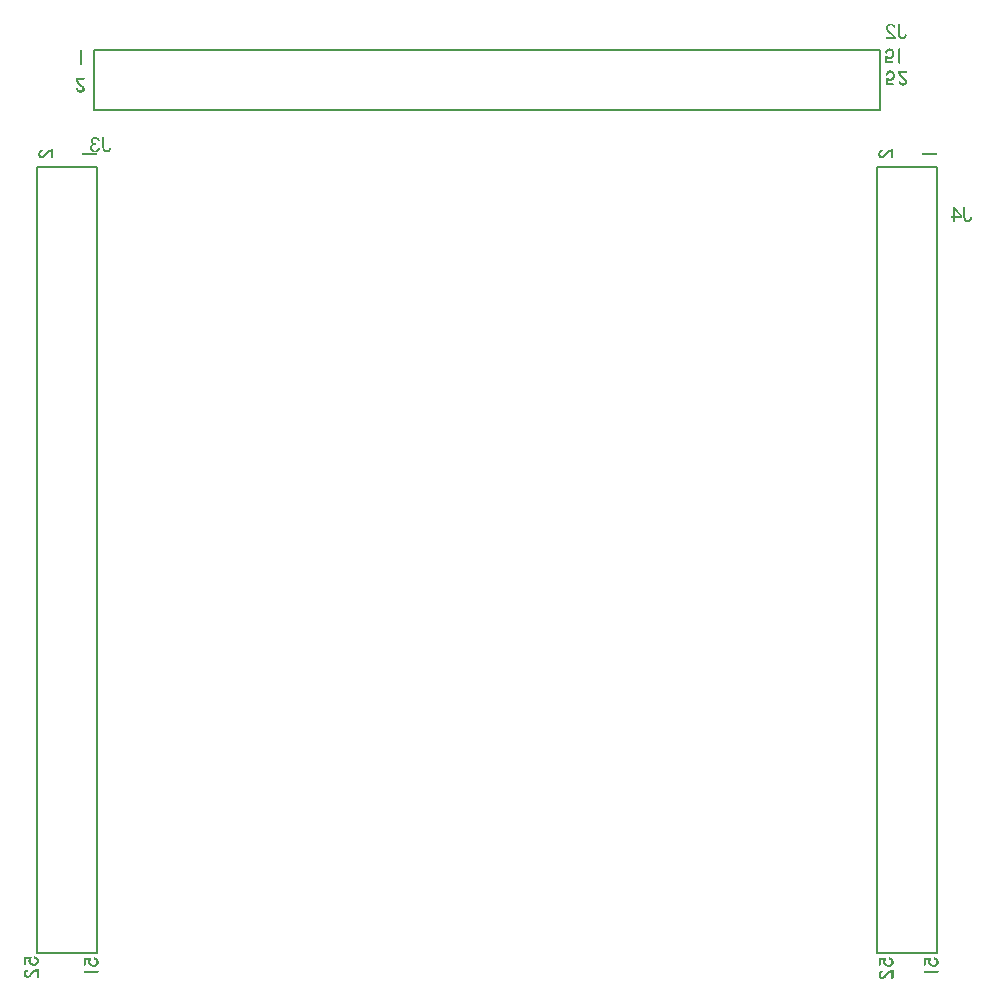
<source format=gbo>
G04 Layer_Color=32896*
%FSLAX44Y44*%
%MOMM*%
G71*
G01*
G75*
%ADD58C,0.2000*%
G36*
X199824Y63986D02*
X199921Y63972D01*
X199991Y63958D01*
X200018D01*
X200282Y63861D01*
X200545Y63750D01*
X200781Y63626D01*
X201003Y63501D01*
X201211Y63376D01*
X201405Y63237D01*
X201585Y63112D01*
X201738Y62988D01*
X201877Y62877D01*
X202001Y62766D01*
X202112Y62655D01*
X202196Y62572D01*
X202265Y62502D01*
X202307Y62447D01*
X202334Y62419D01*
X202348Y62405D01*
X202515Y62183D01*
X202653Y61961D01*
X202764Y61739D01*
X202861Y61518D01*
X202945Y61296D01*
X203014Y61074D01*
X203069Y60866D01*
X203111Y60672D01*
X203139Y60477D01*
X203153Y60311D01*
X203166Y60159D01*
Y60034D01*
Y59923D01*
Y59853D01*
Y59798D01*
Y59784D01*
X203125Y59451D01*
X203069Y59146D01*
X203000Y58855D01*
X202903Y58591D01*
X202792Y58342D01*
X202681Y58120D01*
X202556Y57926D01*
X202445Y57745D01*
X202320Y57579D01*
X202209Y57440D01*
X202099Y57329D01*
X202001Y57232D01*
X201918Y57163D01*
X201863Y57107D01*
X201821Y57080D01*
X201807Y57066D01*
X201558Y56885D01*
X201308Y56747D01*
X201045Y56608D01*
X200781Y56497D01*
X200504Y56400D01*
X200240Y56317D01*
X199991Y56261D01*
X199741Y56206D01*
X199519Y56164D01*
X199311Y56137D01*
X199117Y56109D01*
X198964Y56095D01*
X198826Y56081D01*
X198645D01*
X198312Y56095D01*
X197994Y56137D01*
X197675Y56192D01*
X197383Y56275D01*
X197106Y56372D01*
X196842Y56469D01*
X196607Y56580D01*
X196385Y56691D01*
X196177Y56816D01*
X196010Y56927D01*
X195844Y57024D01*
X195719Y57121D01*
X195622Y57204D01*
X195539Y57260D01*
X195497Y57302D01*
X195483Y57315D01*
X195248Y57551D01*
X195040Y57787D01*
X194859Y58037D01*
X194707Y58272D01*
X194568Y58522D01*
X194471Y58758D01*
X194374Y58980D01*
X194305Y59188D01*
X194249Y59396D01*
X194207Y59576D01*
X194180Y59742D01*
X194152Y59881D01*
Y59992D01*
X194138Y60075D01*
Y60131D01*
Y60145D01*
Y60367D01*
X194152Y60561D01*
X194166Y60755D01*
X194194Y60921D01*
X194221Y61088D01*
X194249Y61240D01*
X194291Y61365D01*
X194318Y61490D01*
X194346Y61587D01*
X194388Y61684D01*
X194415Y61753D01*
X194443Y61823D01*
X194471Y61864D01*
X194485Y61906D01*
X194499Y61920D01*
Y61934D01*
X192252D01*
Y57926D01*
X192238Y57759D01*
X192210Y57621D01*
X192169Y57496D01*
X192099Y57385D01*
X192030Y57302D01*
X191961Y57218D01*
X191780Y57107D01*
X191614Y57052D01*
X191462Y57010D01*
X191406Y56996D01*
X191323D01*
X191156Y57010D01*
X191018Y57038D01*
X190893Y57080D01*
X190782Y57135D01*
X190699Y57218D01*
X190616Y57288D01*
X190505Y57454D01*
X190449Y57634D01*
X190408Y57773D01*
X190394Y57842D01*
Y57884D01*
Y57912D01*
Y57926D01*
Y63750D01*
X196191D01*
X196343Y63737D01*
X196468Y63723D01*
X196579Y63681D01*
X196676Y63626D01*
X196759Y63570D01*
X196829Y63501D01*
X196926Y63362D01*
X196995Y63223D01*
X197023Y63099D01*
X197037Y63001D01*
Y62988D01*
Y62974D01*
X197023Y62849D01*
X196981Y62710D01*
X196926Y62572D01*
X196856Y62447D01*
X196787Y62350D01*
X196731Y62253D01*
X196690Y62197D01*
X196676Y62183D01*
X196565Y62031D01*
X196454Y61864D01*
X196302Y61518D01*
X196177Y61185D01*
X196107Y60852D01*
X196080Y60699D01*
X196052Y60574D01*
X196038Y60450D01*
Y60339D01*
X196024Y60255D01*
Y60186D01*
Y60145D01*
Y60131D01*
X196038Y59964D01*
X196052Y59812D01*
X196149Y59521D01*
X196274Y59257D01*
X196413Y59021D01*
X196551Y58841D01*
X196676Y58702D01*
X196731Y58647D01*
X196773Y58605D01*
X196787Y58591D01*
X196801Y58577D01*
X196953Y58453D01*
X197106Y58356D01*
X197258Y58259D01*
X197411Y58189D01*
X197730Y58064D01*
X198007Y57981D01*
X198271Y57940D01*
X198368Y57912D01*
X198465D01*
X198534Y57898D01*
X198645D01*
X199048Y57926D01*
X199408Y57981D01*
X199713Y58050D01*
X199977Y58148D01*
X200088Y58189D01*
X200199Y58245D01*
X200282Y58286D01*
X200351Y58314D01*
X200407Y58356D01*
X200448Y58369D01*
X200462Y58397D01*
X200476D01*
X200615Y58494D01*
X200726Y58619D01*
X200837Y58730D01*
X200934Y58855D01*
X201072Y59104D01*
X201183Y59354D01*
X201239Y59576D01*
X201266Y59673D01*
X201280Y59756D01*
X201294Y59826D01*
X201308Y59881D01*
Y59909D01*
Y59923D01*
X201294Y60200D01*
X201253Y60464D01*
X201155Y60713D01*
X201031Y60949D01*
X200878Y61157D01*
X200712Y61351D01*
X200518Y61531D01*
X200337Y61684D01*
X200143Y61823D01*
X199949Y61947D01*
X199769Y62045D01*
X199616Y62128D01*
X199477Y62197D01*
X199380Y62239D01*
X199311Y62266D01*
X199283Y62280D01*
X199117Y62350D01*
X199006Y62461D01*
X198923Y62585D01*
X198853Y62724D01*
X198826Y62835D01*
X198812Y62946D01*
X198798Y63015D01*
Y63029D01*
Y63043D01*
X198812Y63182D01*
X198839Y63307D01*
X198881Y63418D01*
X198923Y63515D01*
X198978Y63598D01*
X199020Y63653D01*
X199048Y63695D01*
X199061Y63709D01*
X199158Y63806D01*
X199269Y63875D01*
X199366Y63931D01*
X199477Y63958D01*
X199561Y63986D01*
X199630Y64000D01*
X199699D01*
X199824Y63986D01*
D02*
G37*
G36*
X202986Y46748D02*
X202972Y46581D01*
X202945Y46443D01*
X202903Y46304D01*
X202834Y46207D01*
X202764Y46110D01*
X202681Y46040D01*
X202515Y45916D01*
X202334Y45860D01*
X202196Y45819D01*
X202126Y45805D01*
X202043D01*
X201877Y45819D01*
X201738Y45846D01*
X201599Y45888D01*
X201502Y45957D01*
X201405Y46027D01*
X201336Y46096D01*
X201211Y46276D01*
X201155Y46443D01*
X201114Y46595D01*
X201100Y46665D01*
Y46706D01*
Y46734D01*
Y46748D01*
Y51310D01*
X200670Y51172D01*
X200282Y51019D01*
X199949Y50880D01*
X199658Y50742D01*
X199519Y50672D01*
X199408Y50617D01*
X199311Y50561D01*
X199242Y50506D01*
X199172Y50478D01*
X199131Y50451D01*
X199103Y50423D01*
X199089D01*
X198826Y50243D01*
X198576Y50048D01*
X198340Y49826D01*
X198104Y49605D01*
X197675Y49147D01*
X197480Y48911D01*
X197300Y48675D01*
X197148Y48467D01*
X196995Y48259D01*
X196870Y48079D01*
X196759Y47927D01*
X196676Y47788D01*
X196621Y47691D01*
X196579Y47635D01*
X196565Y47608D01*
X196343Y47261D01*
X196107Y46970D01*
X195844Y46706D01*
X195594Y46484D01*
X195331Y46290D01*
X195053Y46137D01*
X194804Y46013D01*
X194554Y45902D01*
X194318Y45832D01*
X194097Y45763D01*
X193902Y45721D01*
X193722Y45694D01*
X193583Y45680D01*
X193472Y45666D01*
X193389D01*
X193153Y45680D01*
X192918Y45708D01*
X192696Y45763D01*
X192488Y45832D01*
X192113Y45999D01*
X191933Y46096D01*
X191780Y46193D01*
X191642Y46304D01*
X191517Y46401D01*
X191406Y46484D01*
X191309Y46567D01*
X191240Y46637D01*
X191184Y46692D01*
X191156Y46720D01*
X191143Y46734D01*
X190990Y46900D01*
X190851Y47081D01*
X190727Y47275D01*
X190629Y47469D01*
X190546Y47677D01*
X190477Y47871D01*
X190366Y48273D01*
X190324Y48453D01*
X190296Y48634D01*
X190283Y48786D01*
X190269Y48925D01*
X190255Y49036D01*
Y49119D01*
Y49175D01*
Y49188D01*
Y49438D01*
X190283Y49674D01*
X190366Y50118D01*
X190491Y50534D01*
X190657Y50908D01*
X190837Y51241D01*
X191059Y51546D01*
X191281Y51824D01*
X191517Y52059D01*
X191767Y52253D01*
X191989Y52434D01*
X192210Y52572D01*
X192391Y52697D01*
X192557Y52780D01*
X192682Y52836D01*
X192765Y52877D01*
X192779Y52891D01*
X192793D01*
X192931Y52933D01*
X193056Y52961D01*
X193112Y52975D01*
X193181D01*
X193320Y52961D01*
X193445Y52933D01*
X193556Y52891D01*
X193653Y52836D01*
X193722Y52780D01*
X193791Y52739D01*
X193819Y52711D01*
X193833Y52697D01*
X193916Y52586D01*
X193972Y52475D01*
X194027Y52364D01*
X194055Y52267D01*
X194069Y52170D01*
X194083Y52101D01*
Y52059D01*
Y52045D01*
X194055Y51851D01*
X193999Y51685D01*
X193902Y51546D01*
X193791Y51435D01*
X193694Y51352D01*
X193597Y51297D01*
X193542Y51269D01*
X193514Y51255D01*
X193237Y51116D01*
X193001Y50978D01*
X192807Y50825D01*
X192640Y50672D01*
X192529Y50548D01*
X192446Y50451D01*
X192391Y50381D01*
X192377Y50353D01*
X192294Y50187D01*
X192238Y49993D01*
X192197Y49799D01*
X192169Y49591D01*
X192155Y49410D01*
X192141Y49258D01*
Y49202D01*
Y49161D01*
Y49133D01*
Y49119D01*
X192155Y48870D01*
X192197Y48661D01*
X192266Y48467D01*
X192335Y48315D01*
X192418Y48190D01*
X192474Y48093D01*
X192529Y48038D01*
X192543Y48024D01*
X192696Y47885D01*
X192862Y47788D01*
X193029Y47719D01*
X193181Y47677D01*
X193320Y47635D01*
X193431Y47621D01*
X193528D01*
X193694Y47635D01*
X193861Y47663D01*
X194013Y47705D01*
X194152Y47760D01*
X194402Y47913D01*
X194610Y48079D01*
X194762Y48259D01*
X194887Y48398D01*
X194929Y48467D01*
X194956Y48509D01*
X194984Y48537D01*
Y48551D01*
X195206Y48911D01*
X195428Y49258D01*
X195650Y49577D01*
X195872Y49868D01*
X196094Y50146D01*
X196302Y50395D01*
X196510Y50631D01*
X196704Y50839D01*
X196884Y51019D01*
X197050Y51186D01*
X197203Y51324D01*
X197328Y51435D01*
X197439Y51532D01*
X197508Y51588D01*
X197564Y51629D01*
X197577Y51643D01*
X198021Y51948D01*
X198493Y52226D01*
X198937Y52462D01*
X199366Y52656D01*
X199561Y52725D01*
X199741Y52808D01*
X199893Y52864D01*
X200032Y52919D01*
X200143Y52947D01*
X200226Y52975D01*
X200282Y53002D01*
X200296D01*
X200767Y53113D01*
X201225Y53224D01*
X201682Y53335D01*
X201891Y53377D01*
X202099Y53418D01*
X202279Y53460D01*
X202459Y53502D01*
X202612Y53529D01*
X202736Y53557D01*
X202847Y53585D01*
X202917Y53599D01*
X202972Y53613D01*
X202986D01*
Y46748D01*
D02*
G37*
G36*
X215183Y740736D02*
X215169Y740569D01*
X215142Y740430D01*
X215100Y740292D01*
X215030Y740195D01*
X214961Y740098D01*
X214878Y740028D01*
X214712Y739903D01*
X214531Y739848D01*
X214393Y739806D01*
X214323Y739792D01*
X214240D01*
X214074Y739806D01*
X213935Y739834D01*
X213796Y739876D01*
X213699Y739945D01*
X213602Y740014D01*
X213533Y740084D01*
X213408Y740264D01*
X213353Y740430D01*
X213311Y740583D01*
X213297Y740652D01*
Y740694D01*
Y740722D01*
Y740736D01*
Y745298D01*
X212867Y745160D01*
X212479Y745007D01*
X212146Y744868D01*
X211855Y744730D01*
X211716Y744660D01*
X211605Y744605D01*
X211508Y744549D01*
X211439Y744494D01*
X211369Y744466D01*
X211328Y744438D01*
X211300Y744411D01*
X211286D01*
X211023Y744230D01*
X210773Y744036D01*
X210537Y743814D01*
X210301Y743592D01*
X209872Y743135D01*
X209677Y742899D01*
X209497Y742663D01*
X209345Y742455D01*
X209192Y742247D01*
X209067Y742067D01*
X208956Y741914D01*
X208873Y741776D01*
X208818Y741679D01*
X208776Y741623D01*
X208762Y741595D01*
X208540Y741249D01*
X208304Y740957D01*
X208041Y740694D01*
X207791Y740472D01*
X207528Y740278D01*
X207250Y740125D01*
X207001Y740001D01*
X206751Y739890D01*
X206515Y739820D01*
X206293Y739751D01*
X206099Y739709D01*
X205919Y739682D01*
X205780Y739668D01*
X205669Y739654D01*
X205586D01*
X205350Y739668D01*
X205115Y739695D01*
X204893Y739751D01*
X204685Y739820D01*
X204310Y739987D01*
X204130Y740084D01*
X203977Y740181D01*
X203839Y740292D01*
X203714Y740389D01*
X203603Y740472D01*
X203506Y740555D01*
X203437Y740625D01*
X203381Y740680D01*
X203353Y740708D01*
X203340Y740722D01*
X203187Y740888D01*
X203048Y741068D01*
X202923Y741263D01*
X202826Y741457D01*
X202743Y741665D01*
X202674Y741859D01*
X202563Y742261D01*
X202521Y742441D01*
X202493Y742622D01*
X202480Y742774D01*
X202466Y742913D01*
X202452Y743024D01*
Y743107D01*
Y743163D01*
Y743176D01*
Y743426D01*
X202480Y743662D01*
X202563Y744106D01*
X202688Y744522D01*
X202854Y744896D01*
X203034Y745229D01*
X203256Y745534D01*
X203478Y745811D01*
X203714Y746047D01*
X203964Y746241D01*
X204185Y746422D01*
X204407Y746560D01*
X204588Y746685D01*
X204754Y746768D01*
X204879Y746824D01*
X204962Y746865D01*
X204976Y746879D01*
X204990D01*
X205128Y746921D01*
X205253Y746949D01*
X205309Y746963D01*
X205378D01*
X205517Y746949D01*
X205642Y746921D01*
X205753Y746879D01*
X205850Y746824D01*
X205919Y746768D01*
X205988Y746727D01*
X206016Y746699D01*
X206030Y746685D01*
X206113Y746574D01*
X206169Y746463D01*
X206224Y746352D01*
X206252Y746255D01*
X206266Y746158D01*
X206280Y746089D01*
Y746047D01*
Y746033D01*
X206252Y745839D01*
X206196Y745673D01*
X206099Y745534D01*
X205988Y745423D01*
X205891Y745340D01*
X205794Y745284D01*
X205739Y745257D01*
X205711Y745243D01*
X205434Y745104D01*
X205198Y744965D01*
X205004Y744813D01*
X204837Y744660D01*
X204726Y744536D01*
X204643Y744438D01*
X204588Y744369D01*
X204574Y744341D01*
X204491Y744175D01*
X204435Y743981D01*
X204394Y743787D01*
X204366Y743579D01*
X204352Y743398D01*
X204338Y743246D01*
Y743190D01*
Y743149D01*
Y743121D01*
Y743107D01*
X204352Y742857D01*
X204394Y742649D01*
X204463Y742455D01*
X204532Y742303D01*
X204615Y742178D01*
X204671Y742081D01*
X204726Y742025D01*
X204740Y742011D01*
X204893Y741873D01*
X205059Y741776D01*
X205226Y741706D01*
X205378Y741665D01*
X205517Y741623D01*
X205628Y741609D01*
X205725D01*
X205891Y741623D01*
X206058Y741651D01*
X206210Y741693D01*
X206349Y741748D01*
X206598Y741900D01*
X206807Y742067D01*
X206959Y742247D01*
X207084Y742386D01*
X207125Y742455D01*
X207153Y742497D01*
X207181Y742525D01*
Y742538D01*
X207403Y742899D01*
X207625Y743246D01*
X207847Y743565D01*
X208069Y743856D01*
X208291Y744133D01*
X208498Y744383D01*
X208706Y744619D01*
X208901Y744827D01*
X209081Y745007D01*
X209247Y745173D01*
X209400Y745312D01*
X209525Y745423D01*
X209636Y745520D01*
X209705Y745576D01*
X209760Y745617D01*
X209774Y745631D01*
X210218Y745936D01*
X210690Y746214D01*
X211133Y746449D01*
X211563Y746644D01*
X211758Y746713D01*
X211938Y746796D01*
X212090Y746852D01*
X212229Y746907D01*
X212340Y746935D01*
X212423Y746963D01*
X212479Y746990D01*
X212493D01*
X212964Y747101D01*
X213422Y747212D01*
X213880Y747323D01*
X214088Y747365D01*
X214296Y747406D01*
X214476Y747448D01*
X214656Y747489D01*
X214809Y747517D01*
X214933Y747545D01*
X215044Y747573D01*
X215114Y747587D01*
X215169Y747600D01*
X215183D01*
Y740736D01*
D02*
G37*
G36*
X250421Y63087D02*
X250518Y63073D01*
X250588Y63059D01*
X250615D01*
X250879Y62962D01*
X251142Y62851D01*
X251378Y62726D01*
X251600Y62601D01*
X251808Y62476D01*
X252002Y62338D01*
X252182Y62213D01*
X252335Y62088D01*
X252474Y61977D01*
X252598Y61866D01*
X252709Y61755D01*
X252793Y61672D01*
X252862Y61603D01*
X252903Y61547D01*
X252931Y61519D01*
X252945Y61506D01*
X253112Y61284D01*
X253250Y61062D01*
X253361Y60840D01*
X253458Y60618D01*
X253542Y60396D01*
X253611Y60174D01*
X253666Y59966D01*
X253708Y59772D01*
X253736Y59578D01*
X253750Y59411D01*
X253763Y59259D01*
Y59134D01*
Y59023D01*
Y58954D01*
Y58898D01*
Y58884D01*
X253722Y58552D01*
X253666Y58246D01*
X253597Y57955D01*
X253500Y57692D01*
X253389Y57442D01*
X253278Y57220D01*
X253153Y57026D01*
X253042Y56846D01*
X252917Y56679D01*
X252806Y56541D01*
X252696Y56430D01*
X252598Y56333D01*
X252515Y56263D01*
X252460Y56208D01*
X252418Y56180D01*
X252404Y56166D01*
X252155Y55986D01*
X251905Y55847D01*
X251642Y55709D01*
X251378Y55598D01*
X251101Y55500D01*
X250837Y55417D01*
X250588Y55362D01*
X250338Y55306D01*
X250116Y55265D01*
X249908Y55237D01*
X249714Y55209D01*
X249561Y55195D01*
X249423Y55182D01*
X249242D01*
X248909Y55195D01*
X248591Y55237D01*
X248272Y55293D01*
X247980Y55376D01*
X247703Y55473D01*
X247439Y55570D01*
X247204Y55681D01*
X246982Y55792D01*
X246774Y55917D01*
X246607Y56027D01*
X246441Y56125D01*
X246316Y56222D01*
X246219Y56305D01*
X246136Y56360D01*
X246094Y56402D01*
X246080Y56416D01*
X245844Y56652D01*
X245637Y56887D01*
X245456Y57137D01*
X245304Y57373D01*
X245165Y57622D01*
X245068Y57858D01*
X244971Y58080D01*
X244902Y58288D01*
X244846Y58496D01*
X244804Y58676D01*
X244777Y58843D01*
X244749Y58981D01*
Y59092D01*
X244735Y59176D01*
Y59231D01*
Y59245D01*
Y59467D01*
X244749Y59661D01*
X244763Y59855D01*
X244790Y60022D01*
X244818Y60188D01*
X244846Y60341D01*
X244888Y60465D01*
X244915Y60590D01*
X244943Y60687D01*
X244985Y60784D01*
X245012Y60854D01*
X245040Y60923D01*
X245068Y60965D01*
X245082Y61006D01*
X245096Y61020D01*
Y61034D01*
X242849D01*
Y57026D01*
X242835Y56860D01*
X242807Y56721D01*
X242766Y56596D01*
X242696Y56485D01*
X242627Y56402D01*
X242558Y56319D01*
X242377Y56208D01*
X242211Y56152D01*
X242058Y56111D01*
X242003Y56097D01*
X241920D01*
X241753Y56111D01*
X241615Y56139D01*
X241490Y56180D01*
X241379Y56236D01*
X241296Y56319D01*
X241213Y56388D01*
X241101Y56554D01*
X241046Y56735D01*
X241004Y56873D01*
X240991Y56943D01*
Y56985D01*
Y57012D01*
Y57026D01*
Y62851D01*
X246788D01*
X246940Y62837D01*
X247065Y62823D01*
X247176Y62782D01*
X247273Y62726D01*
X247356Y62670D01*
X247425Y62601D01*
X247523Y62463D01*
X247592Y62324D01*
X247620Y62199D01*
X247633Y62102D01*
Y62088D01*
Y62074D01*
X247620Y61949D01*
X247578Y61811D01*
X247523Y61672D01*
X247453Y61547D01*
X247384Y61450D01*
X247328Y61353D01*
X247287Y61297D01*
X247273Y61284D01*
X247162Y61131D01*
X247051Y60965D01*
X246898Y60618D01*
X246774Y60285D01*
X246704Y59952D01*
X246677Y59800D01*
X246649Y59675D01*
X246635Y59550D01*
Y59439D01*
X246621Y59356D01*
Y59287D01*
Y59245D01*
Y59231D01*
X246635Y59065D01*
X246649Y58912D01*
X246746Y58621D01*
X246871Y58357D01*
X247010Y58122D01*
X247148Y57941D01*
X247273Y57803D01*
X247328Y57747D01*
X247370Y57706D01*
X247384Y57692D01*
X247398Y57678D01*
X247550Y57553D01*
X247703Y57456D01*
X247855Y57359D01*
X248008Y57290D01*
X248327Y57165D01*
X248604Y57081D01*
X248868Y57040D01*
X248965Y57012D01*
X249062D01*
X249131Y56998D01*
X249242D01*
X249645Y57026D01*
X250005Y57081D01*
X250310Y57151D01*
X250574Y57248D01*
X250685Y57290D01*
X250795Y57345D01*
X250879Y57387D01*
X250948Y57414D01*
X251004Y57456D01*
X251045Y57470D01*
X251059Y57498D01*
X251073D01*
X251212Y57595D01*
X251322Y57719D01*
X251434Y57830D01*
X251531Y57955D01*
X251669Y58205D01*
X251780Y58454D01*
X251836Y58676D01*
X251863Y58773D01*
X251877Y58857D01*
X251891Y58926D01*
X251905Y58981D01*
Y59009D01*
Y59023D01*
X251891Y59300D01*
X251849Y59564D01*
X251752Y59814D01*
X251628Y60049D01*
X251475Y60257D01*
X251309Y60452D01*
X251115Y60632D01*
X250934Y60784D01*
X250740Y60923D01*
X250546Y61048D01*
X250366Y61145D01*
X250213Y61228D01*
X250074Y61297D01*
X249977Y61339D01*
X249908Y61367D01*
X249880Y61381D01*
X249714Y61450D01*
X249603Y61561D01*
X249520Y61686D01*
X249450Y61824D01*
X249423Y61936D01*
X249409Y62046D01*
X249395Y62116D01*
Y62130D01*
Y62144D01*
X249409Y62282D01*
X249436Y62407D01*
X249478Y62518D01*
X249520Y62615D01*
X249575Y62698D01*
X249617Y62754D01*
X249645Y62795D01*
X249658Y62809D01*
X249755Y62906D01*
X249866Y62976D01*
X249963Y63031D01*
X250074Y63059D01*
X250158Y63087D01*
X250227Y63100D01*
X250296D01*
X250421Y63087D01*
D02*
G37*
G36*
X252987Y51964D02*
X253125Y51936D01*
X253250Y51895D01*
X253347Y51839D01*
X253444Y51770D01*
X253514Y51687D01*
X253625Y51520D01*
X253680Y51354D01*
X253722Y51201D01*
X253736Y51146D01*
Y51104D01*
Y51076D01*
Y51063D01*
X253722Y50896D01*
X253694Y50758D01*
X253652Y50619D01*
X253597Y50522D01*
X253528Y50425D01*
X253444Y50355D01*
X253278Y50231D01*
X253112Y50175D01*
X252959Y50134D01*
X252903Y50120D01*
X241892D01*
X241726Y50134D01*
X241587Y50161D01*
X241462Y50203D01*
X241351Y50272D01*
X241268Y50342D01*
X241185Y50411D01*
X241074Y50591D01*
X241018Y50758D01*
X240977Y50910D01*
X240963Y50979D01*
Y51021D01*
Y51049D01*
Y51063D01*
X240977Y51229D01*
X241004Y51368D01*
X241046Y51493D01*
X241101Y51590D01*
X241185Y51687D01*
X241254Y51756D01*
X241420Y51867D01*
X241601Y51922D01*
X241740Y51964D01*
X241809Y51978D01*
X252820D01*
X252987Y51964D01*
D02*
G37*
G36*
X251587Y744586D02*
X251725Y744559D01*
X251850Y744517D01*
X251947Y744462D01*
X252044Y744392D01*
X252114Y744309D01*
X252225Y744143D01*
X252280Y743976D01*
X252322Y743824D01*
X252336Y743768D01*
Y743727D01*
Y743699D01*
Y743685D01*
X252322Y743519D01*
X252294Y743380D01*
X252252Y743241D01*
X252197Y743144D01*
X252128Y743047D01*
X252044Y742978D01*
X251878Y742853D01*
X251712Y742797D01*
X251559Y742756D01*
X251504Y742742D01*
X240492D01*
X240326Y742756D01*
X240187Y742784D01*
X240062Y742825D01*
X239951Y742895D01*
X239868Y742964D01*
X239785Y743033D01*
X239674Y743214D01*
X239618Y743380D01*
X239577Y743532D01*
X239563Y743602D01*
Y743643D01*
Y743671D01*
Y743685D01*
X239577Y743851D01*
X239604Y743990D01*
X239646Y744115D01*
X239701Y744212D01*
X239785Y744309D01*
X239854Y744379D01*
X240021Y744490D01*
X240201Y744545D01*
X240340Y744586D01*
X240409Y744600D01*
X251420D01*
X251587Y744586D01*
D02*
G37*
G36*
X923521Y63087D02*
X923618Y63073D01*
X923688Y63059D01*
X923715D01*
X923979Y62962D01*
X924242Y62851D01*
X924478Y62726D01*
X924700Y62601D01*
X924908Y62476D01*
X925102Y62338D01*
X925282Y62213D01*
X925435Y62088D01*
X925574Y61977D01*
X925698Y61866D01*
X925809Y61755D01*
X925892Y61672D01*
X925962Y61603D01*
X926003Y61547D01*
X926031Y61519D01*
X926045Y61505D01*
X926211Y61284D01*
X926350Y61062D01*
X926461Y60840D01*
X926558Y60618D01*
X926641Y60396D01*
X926711Y60174D01*
X926766Y59966D01*
X926808Y59772D01*
X926836Y59578D01*
X926850Y59411D01*
X926863Y59259D01*
Y59134D01*
Y59023D01*
Y58954D01*
Y58898D01*
Y58884D01*
X926822Y58552D01*
X926766Y58246D01*
X926697Y57955D01*
X926600Y57692D01*
X926489Y57442D01*
X926378Y57220D01*
X926253Y57026D01*
X926142Y56846D01*
X926017Y56679D01*
X925906Y56541D01*
X925796Y56430D01*
X925698Y56333D01*
X925615Y56263D01*
X925560Y56208D01*
X925518Y56180D01*
X925504Y56166D01*
X925255Y55986D01*
X925005Y55847D01*
X924742Y55708D01*
X924478Y55598D01*
X924201Y55500D01*
X923937Y55417D01*
X923688Y55362D01*
X923438Y55306D01*
X923216Y55265D01*
X923008Y55237D01*
X922814Y55209D01*
X922661Y55195D01*
X922523Y55182D01*
X922342D01*
X922009Y55195D01*
X921690Y55237D01*
X921371Y55293D01*
X921080Y55376D01*
X920803Y55473D01*
X920539Y55570D01*
X920304Y55681D01*
X920082Y55792D01*
X919874Y55917D01*
X919707Y56027D01*
X919541Y56125D01*
X919416Y56222D01*
X919319Y56305D01*
X919236Y56360D01*
X919194Y56402D01*
X919180Y56416D01*
X918944Y56652D01*
X918736Y56887D01*
X918556Y57137D01*
X918404Y57373D01*
X918265Y57622D01*
X918168Y57858D01*
X918071Y58080D01*
X918001Y58288D01*
X917946Y58496D01*
X917904Y58676D01*
X917877Y58843D01*
X917849Y58981D01*
Y59092D01*
X917835Y59176D01*
Y59231D01*
Y59245D01*
Y59467D01*
X917849Y59661D01*
X917863Y59855D01*
X917890Y60022D01*
X917918Y60188D01*
X917946Y60341D01*
X917988Y60465D01*
X918015Y60590D01*
X918043Y60687D01*
X918085Y60784D01*
X918112Y60854D01*
X918140Y60923D01*
X918168Y60965D01*
X918182Y61006D01*
X918196Y61020D01*
Y61034D01*
X915949D01*
Y57026D01*
X915935Y56860D01*
X915907Y56721D01*
X915866Y56596D01*
X915796Y56485D01*
X915727Y56402D01*
X915658Y56319D01*
X915477Y56208D01*
X915311Y56152D01*
X915158Y56111D01*
X915103Y56097D01*
X915020D01*
X914853Y56111D01*
X914715Y56139D01*
X914590Y56180D01*
X914479Y56235D01*
X914396Y56319D01*
X914312Y56388D01*
X914202Y56554D01*
X914146Y56735D01*
X914104Y56873D01*
X914090Y56943D01*
Y56984D01*
Y57012D01*
Y57026D01*
Y62851D01*
X919887D01*
X920040Y62837D01*
X920165Y62823D01*
X920276Y62781D01*
X920373Y62726D01*
X920456Y62670D01*
X920526Y62601D01*
X920622Y62463D01*
X920692Y62324D01*
X920720Y62199D01*
X920733Y62102D01*
Y62088D01*
Y62074D01*
X920720Y61949D01*
X920678Y61811D01*
X920622Y61672D01*
X920553Y61547D01*
X920484Y61450D01*
X920428Y61353D01*
X920387Y61297D01*
X920373Y61284D01*
X920262Y61131D01*
X920151Y60965D01*
X919998Y60618D01*
X919874Y60285D01*
X919804Y59952D01*
X919777Y59800D01*
X919749Y59675D01*
X919735Y59550D01*
Y59439D01*
X919721Y59356D01*
Y59287D01*
Y59245D01*
Y59231D01*
X919735Y59065D01*
X919749Y58912D01*
X919846Y58621D01*
X919971Y58357D01*
X920109Y58122D01*
X920248Y57941D01*
X920373Y57803D01*
X920428Y57747D01*
X920470Y57706D01*
X920484Y57692D01*
X920498Y57678D01*
X920650Y57553D01*
X920803Y57456D01*
X920955Y57359D01*
X921108Y57290D01*
X921427Y57165D01*
X921704Y57081D01*
X921968Y57040D01*
X922065Y57012D01*
X922162D01*
X922231Y56998D01*
X922342D01*
X922744Y57026D01*
X923105Y57081D01*
X923410Y57151D01*
X923674Y57248D01*
X923784Y57290D01*
X923895Y57345D01*
X923979Y57387D01*
X924048Y57414D01*
X924103Y57456D01*
X924145Y57470D01*
X924159Y57498D01*
X924173D01*
X924312Y57595D01*
X924423Y57719D01*
X924533Y57830D01*
X924631Y57955D01*
X924769Y58205D01*
X924880Y58454D01*
X924936Y58676D01*
X924963Y58773D01*
X924977Y58857D01*
X924991Y58926D01*
X925005Y58981D01*
Y59009D01*
Y59023D01*
X924991Y59300D01*
X924949Y59564D01*
X924852Y59814D01*
X924728Y60049D01*
X924575Y60257D01*
X924409Y60451D01*
X924214Y60632D01*
X924034Y60784D01*
X923840Y60923D01*
X923646Y61048D01*
X923466Y61145D01*
X923313Y61228D01*
X923174Y61297D01*
X923077Y61339D01*
X923008Y61367D01*
X922980Y61381D01*
X922814Y61450D01*
X922703Y61561D01*
X922620Y61686D01*
X922550Y61824D01*
X922523Y61936D01*
X922509Y62046D01*
X922495Y62116D01*
Y62130D01*
Y62144D01*
X922509Y62282D01*
X922536Y62407D01*
X922578Y62518D01*
X922620Y62615D01*
X922675Y62698D01*
X922717Y62754D01*
X922744Y62795D01*
X922758Y62809D01*
X922855Y62906D01*
X922966Y62976D01*
X923063Y63031D01*
X923174Y63059D01*
X923258Y63087D01*
X923327Y63100D01*
X923396D01*
X923521Y63087D01*
D02*
G37*
G36*
X926683Y45848D02*
X926669Y45682D01*
X926641Y45543D01*
X926600Y45404D01*
X926531Y45307D01*
X926461Y45210D01*
X926378Y45141D01*
X926211Y45016D01*
X926031Y44960D01*
X925892Y44919D01*
X925823Y44905D01*
X925740D01*
X925574Y44919D01*
X925435Y44947D01*
X925296Y44988D01*
X925199Y45058D01*
X925102Y45127D01*
X925033Y45196D01*
X924908Y45377D01*
X924852Y45543D01*
X924811Y45696D01*
X924797Y45765D01*
Y45806D01*
Y45834D01*
Y45848D01*
Y50411D01*
X924367Y50272D01*
X923979Y50120D01*
X923646Y49981D01*
X923355Y49842D01*
X923216Y49773D01*
X923105Y49717D01*
X923008Y49662D01*
X922939Y49606D01*
X922869Y49579D01*
X922828Y49551D01*
X922800Y49523D01*
X922786D01*
X922523Y49343D01*
X922273Y49149D01*
X922037Y48927D01*
X921801Y48705D01*
X921371Y48247D01*
X921177Y48012D01*
X920997Y47776D01*
X920844Y47568D01*
X920692Y47360D01*
X920567Y47179D01*
X920456Y47027D01*
X920373Y46888D01*
X920317Y46791D01*
X920276Y46736D01*
X920262Y46708D01*
X920040Y46361D01*
X919804Y46070D01*
X919541Y45806D01*
X919291Y45585D01*
X919028Y45391D01*
X918750Y45238D01*
X918501Y45113D01*
X918251Y45002D01*
X918015Y44933D01*
X917793Y44864D01*
X917599Y44822D01*
X917419Y44794D01*
X917280Y44780D01*
X917169Y44766D01*
X917086D01*
X916850Y44780D01*
X916615Y44808D01*
X916393Y44864D01*
X916185Y44933D01*
X915810Y45099D01*
X915630Y45196D01*
X915477Y45293D01*
X915339Y45404D01*
X915214Y45501D01*
X915103Y45585D01*
X915006Y45668D01*
X914937Y45737D01*
X914881Y45793D01*
X914853Y45820D01*
X914839Y45834D01*
X914687Y46001D01*
X914548Y46181D01*
X914423Y46375D01*
X914326Y46569D01*
X914243Y46777D01*
X914174Y46972D01*
X914063Y47374D01*
X914021Y47554D01*
X913993Y47734D01*
X913980Y47887D01*
X913966Y48025D01*
X913952Y48136D01*
Y48220D01*
Y48275D01*
Y48289D01*
Y48539D01*
X913980Y48774D01*
X914063Y49218D01*
X914188Y49634D01*
X914354Y50009D01*
X914534Y50342D01*
X914756Y50647D01*
X914978Y50924D01*
X915214Y51160D01*
X915463Y51354D01*
X915685Y51534D01*
X915907Y51673D01*
X916088Y51798D01*
X916254Y51881D01*
X916379Y51936D01*
X916462Y51978D01*
X916476Y51992D01*
X916490D01*
X916628Y52033D01*
X916753Y52061D01*
X916809Y52075D01*
X916878D01*
X917017Y52061D01*
X917142Y52033D01*
X917253Y51992D01*
X917350Y51936D01*
X917419Y51881D01*
X917488Y51839D01*
X917516Y51811D01*
X917530Y51798D01*
X917613Y51687D01*
X917669Y51576D01*
X917724Y51465D01*
X917752Y51368D01*
X917766Y51271D01*
X917779Y51201D01*
Y51160D01*
Y51146D01*
X917752Y50952D01*
X917696Y50785D01*
X917599Y50647D01*
X917488Y50536D01*
X917391Y50452D01*
X917294Y50397D01*
X917239Y50369D01*
X917211Y50355D01*
X916934Y50217D01*
X916698Y50078D01*
X916504Y49925D01*
X916337Y49773D01*
X916226Y49648D01*
X916143Y49551D01*
X916088Y49482D01*
X916074Y49454D01*
X915991Y49288D01*
X915935Y49093D01*
X915893Y48899D01*
X915866Y48691D01*
X915852Y48511D01*
X915838Y48358D01*
Y48303D01*
Y48261D01*
Y48233D01*
Y48220D01*
X915852Y47970D01*
X915893Y47762D01*
X915963Y47568D01*
X916032Y47415D01*
X916115Y47290D01*
X916171Y47193D01*
X916226Y47138D01*
X916240Y47124D01*
X916393Y46985D01*
X916559Y46888D01*
X916725Y46819D01*
X916878Y46777D01*
X917017Y46736D01*
X917128Y46722D01*
X917225D01*
X917391Y46736D01*
X917558Y46763D01*
X917710Y46805D01*
X917849Y46860D01*
X918099Y47013D01*
X918307Y47179D01*
X918459Y47360D01*
X918584Y47498D01*
X918625Y47568D01*
X918653Y47609D01*
X918681Y47637D01*
Y47651D01*
X918903Y48012D01*
X919125Y48358D01*
X919347Y48677D01*
X919568Y48969D01*
X919790Y49246D01*
X919998Y49496D01*
X920207Y49731D01*
X920401Y49939D01*
X920581Y50120D01*
X920747Y50286D01*
X920900Y50425D01*
X921025Y50536D01*
X921136Y50633D01*
X921205Y50688D01*
X921261Y50730D01*
X921274Y50744D01*
X921718Y51049D01*
X922190Y51326D01*
X922634Y51562D01*
X923063Y51756D01*
X923258Y51825D01*
X923438Y51909D01*
X923590Y51964D01*
X923729Y52020D01*
X923840Y52047D01*
X923923Y52075D01*
X923979Y52103D01*
X923993D01*
X924464Y52214D01*
X924922Y52325D01*
X925379Y52436D01*
X925587Y52477D01*
X925796Y52519D01*
X925976Y52560D01*
X926156Y52602D01*
X926309Y52630D01*
X926433Y52657D01*
X926544Y52685D01*
X926614Y52699D01*
X926669Y52713D01*
X926683D01*
Y45848D01*
D02*
G37*
G36*
X926383Y740735D02*
X926369Y740569D01*
X926341Y740430D01*
X926300Y740292D01*
X926230Y740195D01*
X926161Y740098D01*
X926078Y740028D01*
X925911Y739903D01*
X925731Y739848D01*
X925592Y739806D01*
X925523Y739792D01*
X925440D01*
X925274Y739806D01*
X925135Y739834D01*
X924996Y739876D01*
X924899Y739945D01*
X924802Y740014D01*
X924733Y740084D01*
X924608Y740264D01*
X924552Y740430D01*
X924511Y740583D01*
X924497Y740652D01*
Y740694D01*
Y740722D01*
Y740735D01*
Y745298D01*
X924067Y745160D01*
X923679Y745007D01*
X923346Y744868D01*
X923055Y744730D01*
X922916Y744660D01*
X922805Y744605D01*
X922708Y744549D01*
X922639Y744494D01*
X922569Y744466D01*
X922528Y744438D01*
X922500Y744411D01*
X922486D01*
X922223Y744230D01*
X921973Y744036D01*
X921737Y743814D01*
X921501Y743592D01*
X921071Y743135D01*
X920877Y742899D01*
X920697Y742663D01*
X920544Y742455D01*
X920392Y742247D01*
X920267Y742067D01*
X920156Y741914D01*
X920073Y741776D01*
X920017Y741679D01*
X919976Y741623D01*
X919962Y741595D01*
X919740Y741249D01*
X919504Y740957D01*
X919241Y740694D01*
X918991Y740472D01*
X918728Y740278D01*
X918450Y740125D01*
X918201Y740001D01*
X917951Y739890D01*
X917715Y739820D01*
X917493Y739751D01*
X917299Y739709D01*
X917119Y739681D01*
X916980Y739668D01*
X916869Y739654D01*
X916786D01*
X916550Y739668D01*
X916315Y739695D01*
X916093Y739751D01*
X915885Y739820D01*
X915510Y739987D01*
X915330Y740084D01*
X915177Y740181D01*
X915039Y740292D01*
X914914Y740389D01*
X914803Y740472D01*
X914706Y740555D01*
X914637Y740625D01*
X914581Y740680D01*
X914553Y740708D01*
X914539Y740722D01*
X914387Y740888D01*
X914248Y741068D01*
X914123Y741263D01*
X914026Y741457D01*
X913943Y741665D01*
X913874Y741859D01*
X913763Y742261D01*
X913721Y742441D01*
X913693Y742622D01*
X913680Y742774D01*
X913666Y742913D01*
X913652Y743024D01*
Y743107D01*
Y743163D01*
Y743176D01*
Y743426D01*
X913680Y743662D01*
X913763Y744106D01*
X913888Y744522D01*
X914054Y744896D01*
X914234Y745229D01*
X914456Y745534D01*
X914678Y745811D01*
X914914Y746047D01*
X915163Y746241D01*
X915385Y746422D01*
X915607Y746560D01*
X915788Y746685D01*
X915954Y746768D01*
X916079Y746824D01*
X916162Y746865D01*
X916176Y746879D01*
X916190D01*
X916328Y746921D01*
X916453Y746949D01*
X916509Y746962D01*
X916578D01*
X916717Y746949D01*
X916842Y746921D01*
X916953Y746879D01*
X917050Y746824D01*
X917119Y746768D01*
X917188Y746727D01*
X917216Y746699D01*
X917230Y746685D01*
X917313Y746574D01*
X917369Y746463D01*
X917424Y746352D01*
X917452Y746255D01*
X917466Y746158D01*
X917479Y746089D01*
Y746047D01*
Y746033D01*
X917452Y745839D01*
X917396Y745673D01*
X917299Y745534D01*
X917188Y745423D01*
X917091Y745340D01*
X916994Y745284D01*
X916939Y745257D01*
X916911Y745243D01*
X916634Y745104D01*
X916398Y744965D01*
X916204Y744813D01*
X916037Y744660D01*
X915926Y744536D01*
X915843Y744438D01*
X915788Y744369D01*
X915774Y744341D01*
X915691Y744175D01*
X915635Y743981D01*
X915593Y743787D01*
X915566Y743578D01*
X915552Y743398D01*
X915538Y743246D01*
Y743190D01*
Y743149D01*
Y743121D01*
Y743107D01*
X915552Y742857D01*
X915593Y742649D01*
X915663Y742455D01*
X915732Y742303D01*
X915815Y742178D01*
X915871Y742081D01*
X915926Y742025D01*
X915940Y742011D01*
X916093Y741873D01*
X916259Y741776D01*
X916425Y741706D01*
X916578Y741665D01*
X916717Y741623D01*
X916828Y741609D01*
X916925D01*
X917091Y741623D01*
X917258Y741651D01*
X917410Y741692D01*
X917549Y741748D01*
X917798Y741900D01*
X918007Y742067D01*
X918159Y742247D01*
X918284Y742386D01*
X918326Y742455D01*
X918353Y742497D01*
X918381Y742524D01*
Y742538D01*
X918603Y742899D01*
X918825Y743246D01*
X919047Y743565D01*
X919268Y743856D01*
X919490Y744133D01*
X919698Y744383D01*
X919906Y744619D01*
X920101Y744827D01*
X920281Y745007D01*
X920447Y745173D01*
X920600Y745312D01*
X920725Y745423D01*
X920836Y745520D01*
X920905Y745576D01*
X920960Y745617D01*
X920974Y745631D01*
X921418Y745936D01*
X921890Y746214D01*
X922334Y746449D01*
X922763Y746644D01*
X922958Y746713D01*
X923138Y746796D01*
X923290Y746852D01*
X923429Y746907D01*
X923540Y746935D01*
X923623Y746962D01*
X923679Y746990D01*
X923693D01*
X924164Y747101D01*
X924622Y747212D01*
X925079Y747323D01*
X925287Y747365D01*
X925496Y747406D01*
X925676Y747448D01*
X925856Y747489D01*
X926009Y747517D01*
X926133Y747545D01*
X926244Y747573D01*
X926314Y747587D01*
X926369Y747600D01*
X926383D01*
Y740735D01*
D02*
G37*
G36*
X961621Y63087D02*
X961718Y63073D01*
X961787Y63059D01*
X961815D01*
X962079Y62962D01*
X962342Y62851D01*
X962578Y62726D01*
X962800Y62601D01*
X963008Y62476D01*
X963202Y62338D01*
X963382Y62213D01*
X963535Y62088D01*
X963674Y61977D01*
X963798Y61866D01*
X963909Y61755D01*
X963992Y61672D01*
X964062Y61603D01*
X964103Y61547D01*
X964131Y61519D01*
X964145Y61505D01*
X964312Y61284D01*
X964450Y61062D01*
X964561Y60840D01*
X964658Y60618D01*
X964741Y60396D01*
X964811Y60174D01*
X964866Y59966D01*
X964908Y59772D01*
X964936Y59578D01*
X964949Y59411D01*
X964963Y59259D01*
Y59134D01*
Y59023D01*
Y58954D01*
Y58898D01*
Y58884D01*
X964922Y58552D01*
X964866Y58246D01*
X964797Y57955D01*
X964700Y57692D01*
X964589Y57442D01*
X964478Y57220D01*
X964353Y57026D01*
X964242Y56846D01*
X964117Y56679D01*
X964006Y56541D01*
X963895Y56430D01*
X963798Y56333D01*
X963715Y56263D01*
X963660Y56208D01*
X963618Y56180D01*
X963604Y56166D01*
X963355Y55986D01*
X963105Y55847D01*
X962841Y55708D01*
X962578Y55598D01*
X962301Y55500D01*
X962037Y55417D01*
X961787Y55362D01*
X961538Y55306D01*
X961316Y55265D01*
X961108Y55237D01*
X960914Y55209D01*
X960761Y55195D01*
X960622Y55182D01*
X960442D01*
X960109Y55195D01*
X959790Y55237D01*
X959471Y55293D01*
X959180Y55376D01*
X958903Y55473D01*
X958639Y55570D01*
X958404Y55681D01*
X958182Y55792D01*
X957974Y55917D01*
X957807Y56027D01*
X957641Y56125D01*
X957516Y56222D01*
X957419Y56305D01*
X957336Y56360D01*
X957294Y56402D01*
X957280Y56416D01*
X957045Y56652D01*
X956836Y56887D01*
X956656Y57137D01*
X956504Y57373D01*
X956365Y57622D01*
X956268Y57858D01*
X956171Y58080D01*
X956101Y58288D01*
X956046Y58496D01*
X956004Y58676D01*
X955977Y58843D01*
X955949Y58981D01*
Y59092D01*
X955935Y59176D01*
Y59231D01*
Y59245D01*
Y59467D01*
X955949Y59661D01*
X955963Y59855D01*
X955991Y60022D01*
X956018Y60188D01*
X956046Y60341D01*
X956087Y60465D01*
X956115Y60590D01*
X956143Y60687D01*
X956185Y60784D01*
X956212Y60854D01*
X956240Y60923D01*
X956268Y60965D01*
X956282Y61006D01*
X956296Y61020D01*
Y61034D01*
X954049D01*
Y57026D01*
X954035Y56860D01*
X954007Y56721D01*
X953966Y56596D01*
X953896Y56485D01*
X953827Y56402D01*
X953758Y56319D01*
X953577Y56208D01*
X953411Y56152D01*
X953258Y56111D01*
X953203Y56097D01*
X953120D01*
X952953Y56111D01*
X952815Y56139D01*
X952690Y56180D01*
X952579Y56235D01*
X952496Y56319D01*
X952412Y56388D01*
X952301Y56554D01*
X952246Y56735D01*
X952204Y56873D01*
X952190Y56943D01*
Y56984D01*
Y57012D01*
Y57026D01*
Y62851D01*
X957988D01*
X958140Y62837D01*
X958265Y62823D01*
X958376Y62781D01*
X958473Y62726D01*
X958556Y62670D01*
X958625Y62601D01*
X958723Y62463D01*
X958792Y62324D01*
X958820Y62199D01*
X958833Y62102D01*
Y62088D01*
Y62074D01*
X958820Y61949D01*
X958778Y61811D01*
X958723Y61672D01*
X958653Y61547D01*
X958584Y61450D01*
X958528Y61353D01*
X958487Y61297D01*
X958473Y61284D01*
X958362Y61131D01*
X958251Y60965D01*
X958099Y60618D01*
X957974Y60285D01*
X957904Y59952D01*
X957877Y59800D01*
X957849Y59675D01*
X957835Y59550D01*
Y59439D01*
X957821Y59356D01*
Y59287D01*
Y59245D01*
Y59231D01*
X957835Y59065D01*
X957849Y58912D01*
X957946Y58621D01*
X958071Y58357D01*
X958209Y58122D01*
X958348Y57941D01*
X958473Y57803D01*
X958528Y57747D01*
X958570Y57706D01*
X958584Y57692D01*
X958598Y57678D01*
X958750Y57553D01*
X958903Y57456D01*
X959055Y57359D01*
X959208Y57290D01*
X959527Y57165D01*
X959804Y57081D01*
X960068Y57040D01*
X960165Y57012D01*
X960262D01*
X960331Y56998D01*
X960442D01*
X960844Y57026D01*
X961205Y57081D01*
X961510Y57151D01*
X961774Y57248D01*
X961885Y57290D01*
X961995Y57345D01*
X962079Y57387D01*
X962148Y57414D01*
X962204Y57456D01*
X962245Y57470D01*
X962259Y57498D01*
X962273D01*
X962411Y57595D01*
X962523Y57719D01*
X962633Y57830D01*
X962730Y57955D01*
X962869Y58205D01*
X962980Y58454D01*
X963036Y58676D01*
X963063Y58773D01*
X963077Y58857D01*
X963091Y58926D01*
X963105Y58981D01*
Y59009D01*
Y59023D01*
X963091Y59300D01*
X963049Y59564D01*
X962952Y59814D01*
X962828Y60049D01*
X962675Y60257D01*
X962509Y60451D01*
X962315Y60632D01*
X962134Y60784D01*
X961940Y60923D01*
X961746Y61048D01*
X961566Y61145D01*
X961413Y61228D01*
X961274Y61297D01*
X961177Y61339D01*
X961108Y61367D01*
X961080Y61381D01*
X960914Y61450D01*
X960803Y61561D01*
X960720Y61686D01*
X960650Y61824D01*
X960622Y61936D01*
X960609Y62046D01*
X960595Y62116D01*
Y62130D01*
Y62144D01*
X960609Y62282D01*
X960636Y62407D01*
X960678Y62518D01*
X960720Y62615D01*
X960775Y62698D01*
X960817Y62754D01*
X960844Y62795D01*
X960858Y62809D01*
X960955Y62906D01*
X961066Y62976D01*
X961163Y63031D01*
X961274Y63059D01*
X961357Y63087D01*
X961427Y63100D01*
X961496D01*
X961621Y63087D01*
D02*
G37*
G36*
X964187Y51964D02*
X964325Y51936D01*
X964450Y51895D01*
X964547Y51839D01*
X964644Y51770D01*
X964714Y51687D01*
X964825Y51520D01*
X964880Y51354D01*
X964922Y51201D01*
X964936Y51146D01*
Y51104D01*
Y51076D01*
Y51063D01*
X964922Y50896D01*
X964894Y50757D01*
X964852Y50619D01*
X964797Y50522D01*
X964728Y50425D01*
X964644Y50355D01*
X964478Y50230D01*
X964312Y50175D01*
X964159Y50134D01*
X964103Y50120D01*
X953092D01*
X952926Y50134D01*
X952787Y50161D01*
X952662Y50203D01*
X952551Y50272D01*
X952468Y50342D01*
X952385Y50411D01*
X952274Y50591D01*
X952218Y50757D01*
X952177Y50910D01*
X952163Y50979D01*
Y51021D01*
Y51049D01*
Y51063D01*
X952177Y51229D01*
X952204Y51368D01*
X952246Y51493D01*
X952301Y51590D01*
X952385Y51687D01*
X952454Y51756D01*
X952620Y51867D01*
X952801Y51922D01*
X952939Y51964D01*
X953009Y51978D01*
X964020D01*
X964187Y51964D01*
D02*
G37*
G36*
X962787Y744586D02*
X962925Y744559D01*
X963050Y744517D01*
X963147Y744462D01*
X963244Y744392D01*
X963314Y744309D01*
X963425Y744143D01*
X963480Y743976D01*
X963522Y743824D01*
X963536Y743768D01*
Y743727D01*
Y743699D01*
Y743685D01*
X963522Y743519D01*
X963494Y743380D01*
X963452Y743241D01*
X963397Y743144D01*
X963328Y743047D01*
X963244Y742978D01*
X963078Y742853D01*
X962912Y742797D01*
X962759Y742756D01*
X962703Y742742D01*
X951692D01*
X951526Y742756D01*
X951387Y742784D01*
X951262Y742825D01*
X951151Y742895D01*
X951068Y742964D01*
X950985Y743033D01*
X950874Y743214D01*
X950818Y743380D01*
X950777Y743532D01*
X950763Y743602D01*
Y743643D01*
Y743671D01*
Y743685D01*
X950777Y743851D01*
X950804Y743990D01*
X950846Y744115D01*
X950901Y744212D01*
X950985Y744309D01*
X951054Y744379D01*
X951220Y744489D01*
X951401Y744545D01*
X951539Y744586D01*
X951609Y744600D01*
X962620D01*
X962787Y744586D01*
D02*
G37*
G36*
X241031Y807972D02*
X241170Y807944D01*
X241309Y807903D01*
X241406Y807834D01*
X241503Y807764D01*
X241572Y807681D01*
X241697Y807515D01*
X241752Y807334D01*
X241794Y807196D01*
X241808Y807126D01*
Y807085D01*
Y807057D01*
Y807043D01*
X241794Y806877D01*
X241766Y806738D01*
X241725Y806599D01*
X241655Y806502D01*
X241586Y806405D01*
X241517Y806336D01*
X241336Y806211D01*
X241170Y806155D01*
X241017Y806114D01*
X240948Y806100D01*
X236302D01*
X236441Y805670D01*
X236593Y805282D01*
X236732Y804949D01*
X236871Y804658D01*
X236940Y804519D01*
X236996Y804408D01*
X237051Y804311D01*
X237106Y804242D01*
X237134Y804172D01*
X237162Y804131D01*
X237190Y804103D01*
Y804089D01*
X237370Y803826D01*
X237564Y803576D01*
X237786Y803340D01*
X238008Y803104D01*
X238466Y802674D01*
X238701Y802480D01*
X238937Y802300D01*
X239145Y802148D01*
X239353Y801995D01*
X239534Y801870D01*
X239686Y801759D01*
X239825Y801676D01*
X239922Y801620D01*
X239977Y801579D01*
X240005Y801565D01*
X240352Y801343D01*
X240643Y801107D01*
X240907Y800844D01*
X241128Y800594D01*
X241322Y800331D01*
X241475Y800053D01*
X241600Y799804D01*
X241711Y799554D01*
X241780Y799318D01*
X241849Y799097D01*
X241891Y798902D01*
X241919Y798722D01*
X241933Y798583D01*
X241947Y798472D01*
Y798417D01*
Y798389D01*
X241933Y798153D01*
X241905Y797918D01*
X241849Y797696D01*
X241780Y797488D01*
X241614Y797113D01*
X241517Y796933D01*
X241420Y796780D01*
X241309Y796642D01*
X241212Y796517D01*
X241128Y796406D01*
X241045Y796309D01*
X240976Y796240D01*
X240920Y796184D01*
X240893Y796156D01*
X240879Y796143D01*
X240712Y795990D01*
X240532Y795851D01*
X240338Y795726D01*
X240144Y795629D01*
X239936Y795546D01*
X239741Y795477D01*
X239339Y795366D01*
X239159Y795324D01*
X238979Y795297D01*
X238826Y795283D01*
X238687Y795269D01*
X238577Y795255D01*
X238174D01*
X237939Y795283D01*
X237495Y795366D01*
X237079Y795491D01*
X236704Y795657D01*
X236371Y795837D01*
X236066Y796059D01*
X235789Y796281D01*
X235553Y796517D01*
X235359Y796767D01*
X235179Y796989D01*
X235040Y797210D01*
X234915Y797391D01*
X234832Y797557D01*
X234777Y797682D01*
X234735Y797765D01*
X234721Y797779D01*
Y797793D01*
X234680Y797932D01*
X234652Y798056D01*
X234638Y798112D01*
Y798140D01*
Y798167D01*
Y798181D01*
X234652Y798320D01*
X234680Y798445D01*
X234721Y798556D01*
X234777Y798653D01*
X234832Y798722D01*
X234874Y798791D01*
X234901Y798819D01*
X234915Y798833D01*
X235026Y798916D01*
X235137Y798972D01*
X235248Y799027D01*
X235345Y799055D01*
X235442Y799069D01*
X235512Y799083D01*
X235567D01*
X235761Y799055D01*
X235928Y798999D01*
X236066Y798902D01*
X236177Y798791D01*
X236261Y798694D01*
X236316Y798597D01*
X236344Y798542D01*
X236358Y798514D01*
X236496Y798237D01*
X236635Y798001D01*
X236787Y797807D01*
X236940Y797640D01*
X237065Y797529D01*
X237162Y797446D01*
X237231Y797391D01*
X237259Y797377D01*
X237425Y797294D01*
X237620Y797238D01*
X237814Y797197D01*
X238022Y797169D01*
X238202Y797155D01*
X238355Y797141D01*
X238493D01*
X238743Y797155D01*
X238951Y797197D01*
X239145Y797266D01*
X239298Y797335D01*
X239422Y797418D01*
X239520Y797474D01*
X239575Y797529D01*
X239589Y797543D01*
X239728Y797696D01*
X239825Y797862D01*
X239894Y798029D01*
X239936Y798181D01*
X239977Y798320D01*
X239991Y798431D01*
Y798500D01*
Y798528D01*
X239977Y798694D01*
X239949Y798861D01*
X239908Y799013D01*
X239853Y799152D01*
X239700Y799402D01*
X239534Y799610D01*
X239353Y799762D01*
X239214Y799887D01*
X239145Y799929D01*
X239104Y799956D01*
X239076Y799984D01*
X239062D01*
X238701Y800206D01*
X238355Y800428D01*
X238036Y800650D01*
X237745Y800872D01*
X237467Y801094D01*
X237218Y801302D01*
X236982Y801510D01*
X236774Y801704D01*
X236593Y801884D01*
X236427Y802050D01*
X236288Y802203D01*
X236177Y802328D01*
X236080Y802439D01*
X236025Y802508D01*
X235983Y802564D01*
X235969Y802578D01*
X235664Y803021D01*
X235387Y803493D01*
X235151Y803937D01*
X234957Y804367D01*
X234888Y804561D01*
X234804Y804741D01*
X234749Y804893D01*
X234693Y805032D01*
X234666Y805143D01*
X234638Y805226D01*
X234610Y805282D01*
Y805296D01*
X234499Y805767D01*
X234388Y806225D01*
X234277Y806683D01*
X234236Y806890D01*
X234194Y807099D01*
X234153Y807279D01*
X234111Y807459D01*
X234083Y807612D01*
X234056Y807737D01*
X234028Y807848D01*
X234014Y807917D01*
X234000Y807972D01*
Y807986D01*
X240865D01*
X241031Y807972D01*
D02*
G37*
G36*
X987605Y689980D02*
Y689786D01*
X987619Y689592D01*
X987633Y689273D01*
X987661Y688996D01*
X987688Y688774D01*
X987730Y688607D01*
X987758Y688482D01*
X987772Y688413D01*
X987785Y688385D01*
X987869Y688205D01*
X987966Y688053D01*
X988077Y687914D01*
X988174Y687803D01*
X988285Y687720D01*
X988354Y687650D01*
X988410Y687609D01*
X988437Y687595D01*
X988618Y687498D01*
X988798Y687428D01*
X988978Y687373D01*
X989158Y687345D01*
X989311Y687318D01*
X989422Y687304D01*
X989533D01*
X989838Y687331D01*
X990101Y687387D01*
X990337Y687470D01*
X990531Y687567D01*
X990684Y687664D01*
X990795Y687747D01*
X990864Y687803D01*
X990892Y687831D01*
X990975Y687942D01*
X991058Y688066D01*
X991128Y688219D01*
X991183Y688372D01*
X991280Y688704D01*
X991350Y689037D01*
X991391Y689342D01*
X991405Y689481D01*
X991419Y689606D01*
Y689703D01*
X991433Y689772D01*
Y689828D01*
Y689842D01*
X992958Y689620D01*
Y689273D01*
X992931Y688954D01*
X992889Y688649D01*
X992847Y688372D01*
X992778Y688108D01*
X992709Y687872D01*
X992626Y687664D01*
X992556Y687470D01*
X992473Y687304D01*
X992390Y687151D01*
X992320Y687026D01*
X992251Y686929D01*
X992196Y686846D01*
X992154Y686790D01*
X992126Y686763D01*
X992112Y686749D01*
X991932Y686582D01*
X991738Y686430D01*
X991544Y686305D01*
X991322Y686194D01*
X991114Y686097D01*
X990892Y686028D01*
X990684Y685958D01*
X990476Y685917D01*
X990282Y685875D01*
X990101Y685847D01*
X989935Y685820D01*
X989796Y685806D01*
X989685Y685792D01*
X989519D01*
X989103Y685806D01*
X988728Y685861D01*
X988396Y685931D01*
X988104Y686028D01*
X987980Y686069D01*
X987869Y686111D01*
X987772Y686139D01*
X987702Y686180D01*
X987633Y686208D01*
X987591Y686236D01*
X987564Y686250D01*
X987550D01*
X987259Y686444D01*
X986995Y686652D01*
X986787Y686874D01*
X986620Y687082D01*
X986482Y687276D01*
X986385Y687442D01*
X986357Y687498D01*
X986329Y687539D01*
X986315Y687567D01*
Y687581D01*
X986246Y687761D01*
X986177Y687942D01*
X986080Y688344D01*
X986010Y688760D01*
X985969Y689162D01*
X985941Y689342D01*
X985927Y689523D01*
Y689675D01*
X985913Y689814D01*
Y689925D01*
Y690008D01*
Y690063D01*
Y690077D01*
Y698801D01*
X987605D01*
Y689980D01*
D02*
G37*
G36*
X251061Y757828D02*
X251324Y757801D01*
X251574Y757759D01*
X251824Y757703D01*
X252045Y757634D01*
X252253Y757565D01*
X252448Y757482D01*
X252614Y757412D01*
X252780Y757329D01*
X252919Y757246D01*
X253030Y757177D01*
X253141Y757107D01*
X253210Y757052D01*
X253280Y757010D01*
X253307Y756982D01*
X253321Y756968D01*
X253502Y756802D01*
X253668Y756608D01*
X253821Y756414D01*
X253959Y756219D01*
X254084Y756012D01*
X254181Y755817D01*
X254361Y755415D01*
X254431Y755235D01*
X254486Y755069D01*
X254528Y754916D01*
X254569Y754791D01*
X254597Y754680D01*
X254611Y754597D01*
X254625Y754541D01*
Y754528D01*
X253058Y754250D01*
X252975Y754652D01*
X252864Y754999D01*
X252739Y755304D01*
X252600Y755540D01*
X252489Y755734D01*
X252378Y755859D01*
X252309Y755942D01*
X252281Y755970D01*
X252032Y756164D01*
X251782Y756303D01*
X251518Y756414D01*
X251283Y756483D01*
X251061Y756525D01*
X250978Y756538D01*
X250894D01*
X250825Y756552D01*
X250742D01*
X250409Y756525D01*
X250118Y756469D01*
X249854Y756372D01*
X249632Y756275D01*
X249466Y756164D01*
X249341Y756067D01*
X249258Y756012D01*
X249230Y755984D01*
X249119Y755873D01*
X249036Y755762D01*
X248883Y755512D01*
X248773Y755276D01*
X248703Y755055D01*
X248662Y754847D01*
X248648Y754694D01*
X248634Y754625D01*
Y754583D01*
Y754555D01*
Y754541D01*
X248648Y754347D01*
X248675Y754167D01*
X248703Y753987D01*
X248759Y753834D01*
X248897Y753557D01*
X249036Y753335D01*
X249189Y753155D01*
X249327Y753030D01*
X249383Y752988D01*
X249410Y752961D01*
X249438Y752933D01*
X249452D01*
X249757Y752752D01*
X250076Y752628D01*
X250381Y752531D01*
X250659Y752475D01*
X250894Y752433D01*
X250991Y752420D01*
X251089D01*
X251158Y752406D01*
X251338D01*
X251421Y752420D01*
X251491Y752433D01*
X251518D01*
X251685Y751060D01*
X251449Y751116D01*
X251227Y751158D01*
X251047Y751185D01*
X250881Y751213D01*
X250756D01*
X250659Y751227D01*
X250575D01*
X250381Y751213D01*
X250187Y751199D01*
X249840Y751116D01*
X249535Y751005D01*
X249272Y750880D01*
X249064Y750742D01*
X248981Y750686D01*
X248911Y750631D01*
X248856Y750589D01*
X248814Y750547D01*
X248800Y750534D01*
X248786Y750520D01*
X248662Y750381D01*
X248551Y750242D01*
X248454Y750104D01*
X248370Y749951D01*
X248246Y749660D01*
X248148Y749369D01*
X248107Y749119D01*
X248093Y749022D01*
X248079Y748925D01*
X248065Y748855D01*
Y748786D01*
Y748758D01*
Y748745D01*
X248079Y748537D01*
X248093Y748342D01*
X248190Y747968D01*
X248301Y747649D01*
X248440Y747372D01*
X248523Y747247D01*
X248592Y747150D01*
X248648Y747053D01*
X248703Y746983D01*
X248759Y746928D01*
X248800Y746886D01*
X248814Y746858D01*
X248828Y746844D01*
X248981Y746706D01*
X249133Y746595D01*
X249286Y746498D01*
X249438Y746401D01*
X249757Y746262D01*
X250062Y746179D01*
X250312Y746123D01*
X250437Y746109D01*
X250520Y746096D01*
X250603Y746082D01*
X250714D01*
X251047Y746109D01*
X251366Y746179D01*
X251629Y746262D01*
X251865Y746373D01*
X252059Y746484D01*
X252198Y746567D01*
X252240Y746609D01*
X252281Y746637D01*
X252295Y746664D01*
X252309D01*
X252420Y746789D01*
X252531Y746914D01*
X252725Y747205D01*
X252878Y747524D01*
X253002Y747843D01*
X253099Y748134D01*
X253127Y748259D01*
X253155Y748370D01*
X253183Y748467D01*
X253197Y748537D01*
X253210Y748578D01*
Y748592D01*
X254778Y748384D01*
X254736Y748093D01*
X254680Y747815D01*
X254597Y747552D01*
X254514Y747302D01*
X254417Y747066D01*
X254306Y746858D01*
X254195Y746650D01*
X254084Y746484D01*
X253973Y746318D01*
X253876Y746179D01*
X253779Y746054D01*
X253696Y745957D01*
X253613Y745874D01*
X253557Y745818D01*
X253529Y745790D01*
X253515Y745777D01*
X253307Y745596D01*
X253072Y745444D01*
X252850Y745319D01*
X252614Y745194D01*
X252378Y745097D01*
X252143Y745028D01*
X251921Y744958D01*
X251699Y744903D01*
X251491Y744861D01*
X251310Y744834D01*
X251144Y744806D01*
X250991Y744792D01*
X250881D01*
X250783Y744778D01*
X250714D01*
X250367Y744792D01*
X250048Y744834D01*
X249743Y744889D01*
X249452Y744958D01*
X249175Y745042D01*
X248925Y745139D01*
X248689Y745250D01*
X248481Y745361D01*
X248287Y745458D01*
X248121Y745569D01*
X247968Y745666D01*
X247857Y745749D01*
X247760Y745818D01*
X247691Y745874D01*
X247649Y745915D01*
X247635Y745929D01*
X247413Y746151D01*
X247233Y746387D01*
X247067Y746623D01*
X246928Y746872D01*
X246803Y747108D01*
X246706Y747344D01*
X246623Y747566D01*
X246554Y747788D01*
X246498Y747996D01*
X246470Y748176D01*
X246443Y748342D01*
X246415Y748495D01*
Y748606D01*
X246401Y748703D01*
Y748758D01*
Y748772D01*
Y748994D01*
X246429Y749216D01*
X246498Y749618D01*
X246609Y749965D01*
X246665Y750117D01*
X246720Y750256D01*
X246775Y750395D01*
X246831Y750506D01*
X246886Y750603D01*
X246942Y750672D01*
X246984Y750742D01*
X247011Y750783D01*
X247025Y750811D01*
X247039Y750825D01*
X247289Y751116D01*
X247580Y751352D01*
X247871Y751532D01*
X248148Y751685D01*
X248412Y751796D01*
X248523Y751837D01*
X248606Y751865D01*
X248689Y751893D01*
X248745Y751907D01*
X248786Y751920D01*
X248800D01*
X248495Y752087D01*
X248232Y752253D01*
X247996Y752433D01*
X247816Y752614D01*
X247663Y752766D01*
X247566Y752891D01*
X247497Y752974D01*
X247483Y752988D01*
Y753002D01*
X247330Y753266D01*
X247219Y753529D01*
X247136Y753779D01*
X247081Y754015D01*
X247053Y754209D01*
X247025Y754375D01*
Y754430D01*
Y754472D01*
Y754500D01*
Y754514D01*
X247039Y754833D01*
X247094Y755138D01*
X247178Y755415D01*
X247261Y755665D01*
X247344Y755873D01*
X247386Y755956D01*
X247427Y756025D01*
X247455Y756081D01*
X247483Y756136D01*
X247497Y756150D01*
Y756164D01*
X247691Y756441D01*
X247913Y756677D01*
X248135Y756885D01*
X248356Y757066D01*
X248551Y757204D01*
X248703Y757301D01*
X248773Y757343D01*
X248814Y757371D01*
X248842Y757384D01*
X248856D01*
X249189Y757537D01*
X249521Y757648D01*
X249854Y757731D01*
X250145Y757787D01*
X250409Y757814D01*
X250506Y757828D01*
X250603Y757842D01*
X250783D01*
X251061Y757828D01*
D02*
G37*
G36*
X984318Y690507D02*
Y689065D01*
X978743D01*
Y686000D01*
X977176D01*
Y689065D01*
X975443D01*
Y690507D01*
X977176D01*
Y698801D01*
X978466D01*
X984318Y690507D01*
D02*
G37*
G36*
X924649Y853540D02*
X924967Y853513D01*
X925259Y853471D01*
X925536Y853402D01*
X925800Y853332D01*
X926035Y853249D01*
X926257Y853166D01*
X926451Y853083D01*
X926632Y852986D01*
X926784Y852903D01*
X926923Y852819D01*
X927034Y852750D01*
X927117Y852681D01*
X927172Y852639D01*
X927214Y852611D01*
X927228Y852597D01*
X927422Y852417D01*
X927589Y852209D01*
X927741Y852001D01*
X927880Y851765D01*
X927991Y851543D01*
X928102Y851321D01*
X928185Y851086D01*
X928254Y850878D01*
X928324Y850670D01*
X928365Y850475D01*
X928407Y850295D01*
X928435Y850143D01*
X928448Y850018D01*
X928462Y849935D01*
X928476Y849879D01*
Y849851D01*
X926867Y849685D01*
X926854Y849907D01*
X926840Y850115D01*
X926757Y850475D01*
X926646Y850808D01*
X926590Y850947D01*
X926521Y851072D01*
X926465Y851183D01*
X926396Y851280D01*
X926340Y851363D01*
X926299Y851432D01*
X926243Y851488D01*
X926216Y851529D01*
X926202Y851543D01*
X926188Y851557D01*
X926049Y851682D01*
X925910Y851793D01*
X925758Y851876D01*
X925605Y851959D01*
X925300Y852084D01*
X925009Y852167D01*
X924759Y852209D01*
X924649Y852237D01*
X924551D01*
X924468Y852251D01*
X924163D01*
X923969Y852223D01*
X923622Y852154D01*
X923331Y852043D01*
X923067Y851932D01*
X922873Y851807D01*
X922790Y851751D01*
X922721Y851696D01*
X922665Y851654D01*
X922624Y851627D01*
X922610Y851613D01*
X922596Y851599D01*
X922471Y851474D01*
X922374Y851349D01*
X922277Y851224D01*
X922208Y851086D01*
X922083Y850822D01*
X922000Y850573D01*
X921958Y850365D01*
X921930Y850267D01*
Y850184D01*
X921916Y850129D01*
Y850073D01*
Y850046D01*
Y850032D01*
X921930Y849865D01*
X921944Y849699D01*
X922027Y849366D01*
X922152Y849047D01*
X922291Y848756D01*
X922430Y848506D01*
X922485Y848409D01*
X922554Y848312D01*
X922596Y848243D01*
X922638Y848187D01*
X922651Y848159D01*
X922665Y848146D01*
X922818Y847951D01*
X922998Y847743D01*
X923206Y847522D01*
X923428Y847300D01*
X923886Y846842D01*
X924357Y846412D01*
X924579Y846204D01*
X924801Y846024D01*
X924995Y845857D01*
X925162Y845719D01*
X925300Y845594D01*
X925397Y845511D01*
X925467Y845441D01*
X925495Y845427D01*
X925744Y845219D01*
X925966Y845025D01*
X926188Y844845D01*
X926382Y844665D01*
X926576Y844498D01*
X926743Y844332D01*
X926895Y844193D01*
X927034Y844054D01*
X927159Y843930D01*
X927256Y843819D01*
X927353Y843722D01*
X927422Y843652D01*
X927492Y843583D01*
X927533Y843541D01*
X927547Y843514D01*
X927561Y843500D01*
X927811Y843195D01*
X928018Y842889D01*
X928199Y842598D01*
X928337Y842335D01*
X928448Y842113D01*
X928490Y842016D01*
X928532Y841946D01*
X928559Y841877D01*
X928573Y841835D01*
X928587Y841808D01*
Y841794D01*
X928656Y841600D01*
X928698Y841406D01*
X928740Y841225D01*
X928754Y841059D01*
X928767Y840920D01*
Y840809D01*
Y840740D01*
Y840712D01*
X920294D01*
Y842224D01*
X926604D01*
X926382Y842529D01*
X926271Y842668D01*
X926160Y842792D01*
X926063Y842903D01*
X925994Y842987D01*
X925938Y843042D01*
X925924Y843056D01*
X925841Y843139D01*
X925730Y843250D01*
X925605Y843361D01*
X925467Y843486D01*
X925175Y843763D01*
X924870Y844027D01*
X924579Y844276D01*
X924454Y844387D01*
X924330Y844484D01*
X924246Y844568D01*
X924163Y844623D01*
X924121Y844665D01*
X924108Y844678D01*
X923802Y844942D01*
X923511Y845192D01*
X923248Y845414D01*
X923012Y845635D01*
X922790Y845830D01*
X922596Y846024D01*
X922416Y846190D01*
X922249Y846343D01*
X922111Y846468D01*
X922000Y846592D01*
X921903Y846689D01*
X921819Y846773D01*
X921764Y846842D01*
X921708Y846884D01*
X921694Y846911D01*
X921681Y846925D01*
X921417Y847230D01*
X921209Y847508D01*
X921029Y847771D01*
X920876Y848007D01*
X920765Y848201D01*
X920682Y848354D01*
X920654Y848409D01*
X920640Y848451D01*
X920627Y848465D01*
Y848478D01*
X920516Y848756D01*
X920446Y849033D01*
X920391Y849283D01*
X920349Y849519D01*
X920322Y849713D01*
X920308Y849865D01*
Y849921D01*
Y849962D01*
Y849976D01*
Y849990D01*
X920322Y850267D01*
X920349Y850531D01*
X920405Y850781D01*
X920474Y851030D01*
X920557Y851252D01*
X920654Y851460D01*
X920751Y851654D01*
X920849Y851821D01*
X920946Y851987D01*
X921043Y852126D01*
X921140Y852251D01*
X921223Y852348D01*
X921292Y852417D01*
X921348Y852486D01*
X921376Y852514D01*
X921389Y852528D01*
X921597Y852708D01*
X921819Y852861D01*
X922055Y852999D01*
X922305Y853124D01*
X922541Y853221D01*
X922790Y853305D01*
X923026Y853374D01*
X923262Y853429D01*
X923470Y853471D01*
X923678Y853499D01*
X923858Y853527D01*
X924010Y853540D01*
X924135Y853554D01*
X924316D01*
X924649Y853540D01*
D02*
G37*
G36*
X932373Y844692D02*
Y844498D01*
X932387Y844304D01*
X932401Y843985D01*
X932429Y843708D01*
X932456Y843486D01*
X932498Y843319D01*
X932526Y843195D01*
X932540Y843125D01*
X932553Y843098D01*
X932637Y842917D01*
X932734Y842765D01*
X932845Y842626D01*
X932942Y842515D01*
X933053Y842432D01*
X933122Y842363D01*
X933178Y842321D01*
X933205Y842307D01*
X933386Y842210D01*
X933566Y842141D01*
X933746Y842085D01*
X933926Y842057D01*
X934079Y842030D01*
X934190Y842016D01*
X934301D01*
X934606Y842044D01*
X934870Y842099D01*
X935105Y842182D01*
X935299Y842279D01*
X935452Y842376D01*
X935563Y842460D01*
X935632Y842515D01*
X935660Y842543D01*
X935743Y842654D01*
X935826Y842778D01*
X935896Y842931D01*
X935951Y843084D01*
X936048Y843417D01*
X936118Y843749D01*
X936159Y844054D01*
X936173Y844193D01*
X936187Y844318D01*
Y844415D01*
X936201Y844484D01*
Y844540D01*
Y844554D01*
X937726Y844332D01*
Y843985D01*
X937699Y843666D01*
X937657Y843361D01*
X937615Y843084D01*
X937546Y842820D01*
X937477Y842584D01*
X937394Y842376D01*
X937324Y842182D01*
X937241Y842016D01*
X937158Y841863D01*
X937088Y841738D01*
X937019Y841641D01*
X936964Y841558D01*
X936922Y841503D01*
X936894Y841475D01*
X936880Y841461D01*
X936700Y841295D01*
X936506Y841142D01*
X936312Y841017D01*
X936090Y840906D01*
X935882Y840809D01*
X935660Y840740D01*
X935452Y840670D01*
X935244Y840629D01*
X935050Y840587D01*
X934870Y840560D01*
X934703Y840532D01*
X934564Y840518D01*
X934454Y840504D01*
X934287D01*
X933871Y840518D01*
X933496Y840574D01*
X933164Y840643D01*
X932872Y840740D01*
X932748Y840781D01*
X932637Y840823D01*
X932540Y840851D01*
X932470Y840892D01*
X932401Y840920D01*
X932359Y840948D01*
X932332Y840962D01*
X932318D01*
X932027Y841156D01*
X931763Y841364D01*
X931555Y841586D01*
X931388Y841794D01*
X931250Y841988D01*
X931153Y842154D01*
X931125Y842210D01*
X931097Y842252D01*
X931083Y842279D01*
Y842293D01*
X931014Y842473D01*
X930945Y842654D01*
X930848Y843056D01*
X930778Y843472D01*
X930737Y843874D01*
X930709Y844054D01*
X930695Y844235D01*
Y844387D01*
X930681Y844526D01*
Y844637D01*
Y844720D01*
Y844776D01*
Y844789D01*
Y853513D01*
X932373D01*
Y844692D01*
D02*
G37*
G36*
X258605Y748980D02*
Y748786D01*
X258619Y748592D01*
X258633Y748273D01*
X258661Y747996D01*
X258688Y747774D01*
X258730Y747607D01*
X258758Y747483D01*
X258772Y747413D01*
X258785Y747385D01*
X258869Y747205D01*
X258966Y747053D01*
X259077Y746914D01*
X259174Y746803D01*
X259285Y746720D01*
X259354Y746650D01*
X259410Y746609D01*
X259437Y746595D01*
X259618Y746498D01*
X259798Y746429D01*
X259978Y746373D01*
X260159Y746345D01*
X260311Y746318D01*
X260422Y746304D01*
X260533D01*
X260838Y746331D01*
X261101Y746387D01*
X261337Y746470D01*
X261531Y746567D01*
X261684Y746664D01*
X261795Y746747D01*
X261864Y746803D01*
X261892Y746831D01*
X261975Y746942D01*
X262058Y747066D01*
X262128Y747219D01*
X262183Y747372D01*
X262280Y747704D01*
X262350Y748037D01*
X262391Y748342D01*
X262405Y748481D01*
X262419Y748606D01*
Y748703D01*
X262433Y748772D01*
Y748828D01*
Y748842D01*
X263958Y748620D01*
Y748273D01*
X263931Y747954D01*
X263889Y747649D01*
X263848Y747372D01*
X263778Y747108D01*
X263709Y746872D01*
X263626Y746664D01*
X263556Y746470D01*
X263473Y746304D01*
X263390Y746151D01*
X263321Y746026D01*
X263251Y745929D01*
X263196Y745846D01*
X263154Y745790D01*
X263126Y745763D01*
X263112Y745749D01*
X262932Y745583D01*
X262738Y745430D01*
X262544Y745305D01*
X262322Y745194D01*
X262114Y745097D01*
X261892Y745028D01*
X261684Y744958D01*
X261476Y744917D01*
X261282Y744875D01*
X261101Y744847D01*
X260935Y744820D01*
X260796Y744806D01*
X260686Y744792D01*
X260519D01*
X260103Y744806D01*
X259729Y744861D01*
X259396Y744931D01*
X259104Y745028D01*
X258980Y745069D01*
X258869Y745111D01*
X258772Y745139D01*
X258702Y745180D01*
X258633Y745208D01*
X258591Y745236D01*
X258564Y745250D01*
X258550D01*
X258258Y745444D01*
X257995Y745652D01*
X257787Y745874D01*
X257621Y746082D01*
X257482Y746276D01*
X257385Y746442D01*
X257357Y746498D01*
X257329Y746539D01*
X257315Y746567D01*
Y746581D01*
X257246Y746761D01*
X257177Y746942D01*
X257080Y747344D01*
X257010Y747760D01*
X256969Y748162D01*
X256941Y748342D01*
X256927Y748523D01*
Y748675D01*
X256913Y748814D01*
Y748925D01*
Y749008D01*
Y749063D01*
Y749077D01*
Y757801D01*
X258605D01*
Y748980D01*
D02*
G37*
G36*
X924549Y814125D02*
X924854Y814069D01*
X925145Y814000D01*
X925409Y813903D01*
X925658Y813792D01*
X925880Y813681D01*
X926074Y813556D01*
X926255Y813445D01*
X926421Y813320D01*
X926560Y813210D01*
X926671Y813099D01*
X926768Y813001D01*
X926837Y812918D01*
X926893Y812863D01*
X926920Y812821D01*
X926934Y812807D01*
X927114Y812558D01*
X927253Y812308D01*
X927392Y812045D01*
X927503Y811781D01*
X927600Y811504D01*
X927683Y811240D01*
X927739Y810991D01*
X927794Y810741D01*
X927836Y810519D01*
X927863Y810311D01*
X927891Y810117D01*
X927905Y809964D01*
X927919Y809826D01*
Y809728D01*
Y809673D01*
Y809645D01*
X927905Y809313D01*
X927863Y808994D01*
X927808Y808674D01*
X927725Y808383D01*
X927628Y808106D01*
X927531Y807842D01*
X927420Y807607D01*
X927309Y807385D01*
X927184Y807177D01*
X927073Y807010D01*
X926976Y806844D01*
X926879Y806719D01*
X926796Y806622D01*
X926740Y806539D01*
X926698Y806497D01*
X926685Y806483D01*
X926449Y806248D01*
X926213Y806040D01*
X925963Y805859D01*
X925728Y805707D01*
X925478Y805568D01*
X925242Y805471D01*
X925020Y805374D01*
X924812Y805304D01*
X924604Y805249D01*
X924424Y805207D01*
X924258Y805180D01*
X924119Y805152D01*
X924008D01*
X923925Y805138D01*
X923633D01*
X923439Y805152D01*
X923245Y805166D01*
X923079Y805194D01*
X922912Y805221D01*
X922760Y805249D01*
X922635Y805291D01*
X922510Y805318D01*
X922413Y805346D01*
X922316Y805388D01*
X922247Y805415D01*
X922177Y805443D01*
X922136Y805471D01*
X922094Y805485D01*
X922080Y805499D01*
X922066D01*
Y803252D01*
X926074D01*
X926241Y803238D01*
X926379Y803210D01*
X926504Y803169D01*
X926615Y803099D01*
X926698Y803030D01*
X926782Y802961D01*
X926893Y802781D01*
X926948Y802614D01*
X926990Y802461D01*
X927003Y802406D01*
Y802364D01*
Y802337D01*
Y802323D01*
X926990Y802156D01*
X926962Y802018D01*
X926920Y801893D01*
X926865Y801782D01*
X926782Y801699D01*
X926712Y801616D01*
X926546Y801505D01*
X926366Y801449D01*
X926227Y801407D01*
X926158Y801394D01*
X920250D01*
Y807191D01*
X920264Y807343D01*
X920277Y807468D01*
X920319Y807579D01*
X920374Y807676D01*
X920430Y807759D01*
X920499Y807829D01*
X920638Y807926D01*
X920777Y807995D01*
X920901Y808023D01*
X920999Y808037D01*
X921026D01*
X921151Y808023D01*
X921290Y807981D01*
X921428Y807926D01*
X921553Y807856D01*
X921650Y807787D01*
X921747Y807731D01*
X921803Y807690D01*
X921817Y807676D01*
X921969Y807565D01*
X922136Y807454D01*
X922482Y807302D01*
X922815Y807177D01*
X923148Y807107D01*
X923301Y807080D01*
X923426Y807052D01*
X923550Y807038D01*
X923661D01*
X923745Y807024D01*
X923869D01*
X924036Y807038D01*
X924188Y807052D01*
X924480Y807149D01*
X924743Y807274D01*
X924979Y807412D01*
X925159Y807551D01*
X925298Y807676D01*
X925353Y807731D01*
X925395Y807773D01*
X925409Y807787D01*
X925423Y807801D01*
X925547Y807953D01*
X925644Y808106D01*
X925742Y808259D01*
X925811Y808411D01*
X925936Y808730D01*
X926019Y809007D01*
X926060Y809271D01*
X926088Y809368D01*
Y809465D01*
X926102Y809534D01*
Y809604D01*
Y809632D01*
Y809645D01*
X926074Y810048D01*
X926019Y810408D01*
X925949Y810713D01*
X925853Y810977D01*
X925811Y811088D01*
X925755Y811199D01*
X925714Y811282D01*
X925686Y811351D01*
X925644Y811407D01*
X925631Y811448D01*
X925603Y811462D01*
Y811476D01*
X925506Y811615D01*
X925381Y811726D01*
X925270Y811836D01*
X925145Y811934D01*
X924895Y812072D01*
X924646Y812183D01*
X924424Y812239D01*
X924327Y812266D01*
X924244Y812280D01*
X924174Y812294D01*
X924119Y812308D01*
X924077D01*
X923800Y812294D01*
X923536Y812253D01*
X923287Y812156D01*
X923051Y812031D01*
X922843Y811878D01*
X922649Y811712D01*
X922469Y811518D01*
X922316Y811337D01*
X922177Y811143D01*
X922053Y810949D01*
X921955Y810769D01*
X921872Y810616D01*
X921803Y810477D01*
X921761Y810380D01*
X921733Y810311D01*
X921720Y810283D01*
X921650Y810117D01*
X921539Y810006D01*
X921415Y809923D01*
X921276Y809853D01*
X921165Y809826D01*
X921054Y809812D01*
X920985Y809798D01*
X920957D01*
X920818Y809812D01*
X920693Y809839D01*
X920583Y809881D01*
X920485Y809923D01*
X920402Y809978D01*
X920347Y810020D01*
X920305Y810048D01*
X920291Y810061D01*
X920194Y810158D01*
X920125Y810269D01*
X920069Y810367D01*
X920042Y810477D01*
X920014Y810561D01*
X920000Y810630D01*
Y810686D01*
Y810699D01*
X920014Y810824D01*
X920028Y810921D01*
X920042Y810991D01*
Y811018D01*
X920139Y811282D01*
X920250Y811545D01*
X920374Y811781D01*
X920499Y812003D01*
X920624Y812211D01*
X920763Y812405D01*
X920888Y812585D01*
X921012Y812738D01*
X921123Y812877D01*
X921234Y813001D01*
X921345Y813112D01*
X921428Y813196D01*
X921498Y813265D01*
X921553Y813307D01*
X921581Y813334D01*
X921595Y813348D01*
X921817Y813515D01*
X922039Y813653D01*
X922261Y813764D01*
X922482Y813861D01*
X922704Y813944D01*
X922926Y814014D01*
X923134Y814069D01*
X923328Y814111D01*
X923523Y814139D01*
X923689Y814153D01*
X923841Y814166D01*
X924216D01*
X924549Y814125D01*
D02*
G37*
G36*
X937419Y813972D02*
X937557Y813944D01*
X937696Y813903D01*
X937793Y813834D01*
X937890Y813764D01*
X937960Y813681D01*
X938084Y813515D01*
X938140Y813334D01*
X938182Y813196D01*
X938195Y813126D01*
Y813085D01*
Y813057D01*
Y813043D01*
X938182Y812877D01*
X938154Y812738D01*
X938112Y812599D01*
X938043Y812502D01*
X937973Y812405D01*
X937904Y812336D01*
X937724Y812211D01*
X937557Y812156D01*
X937405Y812114D01*
X937336Y812100D01*
X932690D01*
X932828Y811670D01*
X932981Y811282D01*
X933120Y810949D01*
X933258Y810658D01*
X933327Y810519D01*
X933383Y810408D01*
X933438Y810311D01*
X933494Y810242D01*
X933522Y810172D01*
X933549Y810131D01*
X933577Y810103D01*
Y810089D01*
X933757Y809826D01*
X933952Y809576D01*
X934174Y809340D01*
X934395Y809105D01*
X934853Y808674D01*
X935089Y808480D01*
X935325Y808300D01*
X935533Y808148D01*
X935741Y807995D01*
X935921Y807870D01*
X936074Y807759D01*
X936212Y807676D01*
X936309Y807620D01*
X936365Y807579D01*
X936392Y807565D01*
X936739Y807343D01*
X937030Y807107D01*
X937294Y806844D01*
X937516Y806594D01*
X937710Y806331D01*
X937862Y806053D01*
X937987Y805804D01*
X938098Y805554D01*
X938168Y805318D01*
X938237Y805097D01*
X938279Y804902D01*
X938306Y804722D01*
X938320Y804583D01*
X938334Y804472D01*
Y804417D01*
Y804389D01*
X938320Y804153D01*
X938292Y803918D01*
X938237Y803696D01*
X938168Y803488D01*
X938001Y803113D01*
X937904Y802933D01*
X937807Y802781D01*
X937696Y802642D01*
X937599Y802517D01*
X937516Y802406D01*
X937433Y802309D01*
X937363Y802240D01*
X937308Y802184D01*
X937280Y802156D01*
X937266Y802142D01*
X937100Y801990D01*
X936919Y801851D01*
X936725Y801727D01*
X936531Y801629D01*
X936323Y801546D01*
X936129Y801477D01*
X935727Y801366D01*
X935546Y801324D01*
X935366Y801296D01*
X935214Y801283D01*
X935075Y801269D01*
X934964Y801255D01*
X934562D01*
X934326Y801283D01*
X933882Y801366D01*
X933466Y801491D01*
X933092Y801657D01*
X932759Y801837D01*
X932454Y802059D01*
X932176Y802281D01*
X931941Y802517D01*
X931747Y802767D01*
X931566Y802989D01*
X931428Y803210D01*
X931303Y803391D01*
X931219Y803557D01*
X931164Y803682D01*
X931122Y803765D01*
X931109Y803779D01*
Y803793D01*
X931067Y803932D01*
X931039Y804056D01*
X931025Y804112D01*
Y804140D01*
Y804167D01*
Y804181D01*
X931039Y804320D01*
X931067Y804445D01*
X931109Y804556D01*
X931164Y804653D01*
X931219Y804722D01*
X931261Y804791D01*
X931289Y804819D01*
X931303Y804833D01*
X931414Y804916D01*
X931525Y804972D01*
X931636Y805027D01*
X931733Y805055D01*
X931830Y805069D01*
X931899Y805083D01*
X931954D01*
X932149Y805055D01*
X932315Y804999D01*
X932454Y804902D01*
X932565Y804791D01*
X932648Y804694D01*
X932703Y804597D01*
X932731Y804542D01*
X932745Y804514D01*
X932884Y804237D01*
X933022Y804001D01*
X933175Y803807D01*
X933327Y803640D01*
X933452Y803529D01*
X933549Y803446D01*
X933619Y803391D01*
X933646Y803377D01*
X933813Y803294D01*
X934007Y803238D01*
X934201Y803196D01*
X934409Y803169D01*
X934589Y803155D01*
X934742Y803141D01*
X934881D01*
X935130Y803155D01*
X935338Y803196D01*
X935533Y803266D01*
X935685Y803335D01*
X935810Y803418D01*
X935907Y803474D01*
X935963Y803529D01*
X935976Y803543D01*
X936115Y803696D01*
X936212Y803862D01*
X936282Y804029D01*
X936323Y804181D01*
X936365Y804320D01*
X936379Y804431D01*
Y804500D01*
Y804528D01*
X936365Y804694D01*
X936337Y804861D01*
X936295Y805013D01*
X936240Y805152D01*
X936087Y805402D01*
X935921Y805610D01*
X935741Y805762D01*
X935602Y805887D01*
X935533Y805929D01*
X935491Y805956D01*
X935463Y805984D01*
X935449D01*
X935089Y806206D01*
X934742Y806428D01*
X934423Y806650D01*
X934132Y806872D01*
X933855Y807094D01*
X933605Y807302D01*
X933369Y807510D01*
X933161Y807704D01*
X932981Y807884D01*
X932814Y808051D01*
X932676Y808203D01*
X932565Y808328D01*
X932468Y808439D01*
X932412Y808508D01*
X932371Y808564D01*
X932357Y808577D01*
X932052Y809021D01*
X931774Y809493D01*
X931538Y809937D01*
X931344Y810367D01*
X931275Y810561D01*
X931192Y810741D01*
X931136Y810893D01*
X931081Y811032D01*
X931053Y811143D01*
X931025Y811226D01*
X930998Y811282D01*
Y811296D01*
X930887Y811767D01*
X930776Y812225D01*
X930665Y812682D01*
X930623Y812890D01*
X930582Y813099D01*
X930540Y813279D01*
X930498Y813459D01*
X930471Y813612D01*
X930443Y813736D01*
X930415Y813847D01*
X930401Y813917D01*
X930387Y813972D01*
Y813986D01*
X937252D01*
X937419Y813972D01*
D02*
G37*
G36*
X239077Y831323D02*
X239216Y831295D01*
X239355Y831254D01*
X239452Y831198D01*
X239549Y831129D01*
X239618Y831046D01*
X239743Y830879D01*
X239799Y830713D01*
X239840Y830560D01*
X239854Y830505D01*
Y830463D01*
Y830435D01*
Y830421D01*
Y819493D01*
X239840Y819327D01*
X239812Y819188D01*
X239771Y819063D01*
X239701Y818952D01*
X239632Y818869D01*
X239563Y818786D01*
X239382Y818675D01*
X239216Y818619D01*
X239063Y818578D01*
X238994Y818564D01*
X238911D01*
X238745Y818578D01*
X238606Y818606D01*
X238481Y818647D01*
X238384Y818703D01*
X238287Y818786D01*
X238218Y818855D01*
X238107Y819022D01*
X238051Y819202D01*
X238009Y819341D01*
X237996Y819410D01*
Y819452D01*
Y819479D01*
Y819493D01*
Y830421D01*
X238009Y830588D01*
X238037Y830726D01*
X238079Y830851D01*
X238134Y830948D01*
X238204Y831046D01*
X238287Y831115D01*
X238453Y831226D01*
X238620Y831281D01*
X238772Y831323D01*
X238828Y831337D01*
X238911D01*
X239077Y831323D01*
D02*
G37*
G36*
X924044Y832723D02*
X924350Y832667D01*
X924641Y832598D01*
X924904Y832501D01*
X925154Y832390D01*
X925376Y832279D01*
X925570Y832154D01*
X925750Y832043D01*
X925917Y831918D01*
X926055Y831808D01*
X926166Y831697D01*
X926263Y831600D01*
X926333Y831516D01*
X926388Y831461D01*
X926416Y831419D01*
X926430Y831405D01*
X926610Y831156D01*
X926749Y830906D01*
X926888Y830643D01*
X926998Y830379D01*
X927095Y830102D01*
X927179Y829838D01*
X927234Y829589D01*
X927290Y829339D01*
X927331Y829117D01*
X927359Y828909D01*
X927387Y828715D01*
X927401Y828562D01*
X927414Y828424D01*
Y828327D01*
Y828271D01*
Y828243D01*
X927401Y827911D01*
X927359Y827592D01*
X927303Y827273D01*
X927220Y826981D01*
X927123Y826704D01*
X927026Y826441D01*
X926915Y826205D01*
X926804Y825983D01*
X926680Y825775D01*
X926569Y825608D01*
X926471Y825442D01*
X926374Y825317D01*
X926291Y825220D01*
X926236Y825137D01*
X926194Y825095D01*
X926180Y825081D01*
X925944Y824846D01*
X925709Y824638D01*
X925459Y824457D01*
X925223Y824305D01*
X924974Y824166D01*
X924738Y824069D01*
X924516Y823972D01*
X924308Y823903D01*
X924100Y823847D01*
X923920Y823805D01*
X923753Y823778D01*
X923615Y823750D01*
X923504D01*
X923420Y823736D01*
X923129D01*
X922935Y823750D01*
X922741Y823764D01*
X922574Y823792D01*
X922408Y823819D01*
X922255Y823847D01*
X922131Y823889D01*
X922006Y823916D01*
X921909Y823944D01*
X921812Y823986D01*
X921742Y824014D01*
X921673Y824041D01*
X921631Y824069D01*
X921590Y824083D01*
X921576Y824097D01*
X921562D01*
Y821850D01*
X925570D01*
X925736Y821836D01*
X925875Y821808D01*
X926000Y821767D01*
X926111Y821697D01*
X926194Y821628D01*
X926277Y821559D01*
X926388Y821378D01*
X926444Y821212D01*
X926485Y821059D01*
X926499Y821004D01*
Y820963D01*
Y820935D01*
Y820921D01*
X926485Y820754D01*
X926458Y820616D01*
X926416Y820491D01*
X926360Y820380D01*
X926277Y820297D01*
X926208Y820214D01*
X926041Y820103D01*
X925861Y820047D01*
X925723Y820005D01*
X925653Y819992D01*
X919745D01*
Y825789D01*
X919759Y825941D01*
X919773Y826066D01*
X919815Y826177D01*
X919870Y826274D01*
X919926Y826357D01*
X919995Y826427D01*
X920134Y826524D01*
X920272Y826593D01*
X920397Y826621D01*
X920494Y826635D01*
X920522D01*
X920647Y826621D01*
X920785Y826579D01*
X920924Y826524D01*
X921049Y826454D01*
X921146Y826385D01*
X921243Y826329D01*
X921299Y826288D01*
X921312Y826274D01*
X921465Y826163D01*
X921631Y826052D01*
X921978Y825900D01*
X922311Y825775D01*
X922644Y825705D01*
X922796Y825678D01*
X922921Y825650D01*
X923046Y825636D01*
X923157D01*
X923240Y825622D01*
X923365D01*
X923531Y825636D01*
X923684Y825650D01*
X923975Y825747D01*
X924239Y825872D01*
X924474Y826011D01*
X924655Y826149D01*
X924793Y826274D01*
X924849Y826329D01*
X924890Y826371D01*
X924904Y826385D01*
X924918Y826399D01*
X925043Y826551D01*
X925140Y826704D01*
X925237Y826857D01*
X925306Y827009D01*
X925431Y827328D01*
X925515Y827605D01*
X925556Y827869D01*
X925584Y827966D01*
Y828063D01*
X925598Y828132D01*
Y828202D01*
Y828230D01*
Y828243D01*
X925570Y828646D01*
X925515Y829006D01*
X925445Y829311D01*
X925348Y829575D01*
X925306Y829686D01*
X925251Y829797D01*
X925209Y829880D01*
X925182Y829949D01*
X925140Y830005D01*
X925126Y830046D01*
X925098Y830060D01*
Y830074D01*
X925001Y830213D01*
X924877Y830324D01*
X924766Y830435D01*
X924641Y830532D01*
X924391Y830670D01*
X924141Y830781D01*
X923920Y830837D01*
X923823Y830864D01*
X923739Y830878D01*
X923670Y830892D01*
X923615Y830906D01*
X923573D01*
X923296Y830892D01*
X923032Y830851D01*
X922782Y830754D01*
X922547Y830629D01*
X922339Y830476D01*
X922144Y830310D01*
X921964Y830116D01*
X921812Y829935D01*
X921673Y829741D01*
X921548Y829547D01*
X921451Y829367D01*
X921368Y829214D01*
X921299Y829075D01*
X921257Y828978D01*
X921229Y828909D01*
X921215Y828881D01*
X921146Y828715D01*
X921035Y828604D01*
X920910Y828521D01*
X920771Y828451D01*
X920661Y828424D01*
X920550Y828410D01*
X920480Y828396D01*
X920452D01*
X920314Y828410D01*
X920189Y828438D01*
X920078Y828479D01*
X919981Y828521D01*
X919898Y828576D01*
X919842Y828618D01*
X919801Y828646D01*
X919787Y828659D01*
X919690Y828756D01*
X919620Y828867D01*
X919565Y828964D01*
X919537Y829075D01*
X919510Y829159D01*
X919496Y829228D01*
Y829284D01*
Y829297D01*
X919510Y829422D01*
X919523Y829519D01*
X919537Y829589D01*
Y829616D01*
X919634Y829880D01*
X919745Y830143D01*
X919870Y830379D01*
X919995Y830601D01*
X920120Y830809D01*
X920258Y831003D01*
X920383Y831183D01*
X920508Y831336D01*
X920619Y831475D01*
X920730Y831600D01*
X920841Y831711D01*
X920924Y831794D01*
X920993Y831863D01*
X921049Y831905D01*
X921077Y831932D01*
X921090Y831946D01*
X921312Y832113D01*
X921534Y832251D01*
X921756Y832362D01*
X921978Y832459D01*
X922200Y832543D01*
X922422Y832612D01*
X922630Y832667D01*
X922824Y832709D01*
X923018Y832737D01*
X923185Y832751D01*
X923337Y832765D01*
X923712D01*
X924044Y832723D01*
D02*
G37*
G36*
X931700D02*
X931839Y832695D01*
X931977Y832654D01*
X932074Y832598D01*
X932171Y832529D01*
X932241Y832446D01*
X932365Y832279D01*
X932421Y832113D01*
X932463Y831960D01*
X932476Y831905D01*
Y831863D01*
Y831835D01*
Y831821D01*
Y820893D01*
X932463Y820727D01*
X932435Y820588D01*
X932393Y820463D01*
X932324Y820352D01*
X932254Y820269D01*
X932185Y820186D01*
X932005Y820075D01*
X931839Y820019D01*
X931686Y819978D01*
X931617Y819964D01*
X931533D01*
X931367Y819978D01*
X931228Y820005D01*
X931104Y820047D01*
X931006Y820103D01*
X930909Y820186D01*
X930840Y820255D01*
X930729Y820422D01*
X930674Y820602D01*
X930632Y820741D01*
X930618Y820810D01*
Y820852D01*
Y820879D01*
Y820893D01*
Y831821D01*
X930632Y831988D01*
X930660Y832126D01*
X930701Y832251D01*
X930757Y832348D01*
X930826Y832446D01*
X930909Y832515D01*
X931076Y832626D01*
X931242Y832681D01*
X931395Y832723D01*
X931450Y832737D01*
X931533D01*
X931700Y832723D01*
D02*
G37*
%LPC*%
G36*
X978743Y696276D02*
Y690507D01*
X982779D01*
X978743Y696276D01*
D02*
G37*
%LPD*%
D58*
X249856Y780798D02*
Y831598D01*
X915336D01*
X249856Y780798D02*
X915336D01*
Y831598D01*
X201797Y732740D02*
X252597D01*
Y67260D02*
Y732740D01*
X201797Y67260D02*
Y732740D01*
Y67260D02*
X252597D01*
X912997Y732740D02*
X963797D01*
Y67260D02*
Y732740D01*
X912997Y67260D02*
Y732740D01*
Y67260D02*
X963797D01*
M02*

</source>
